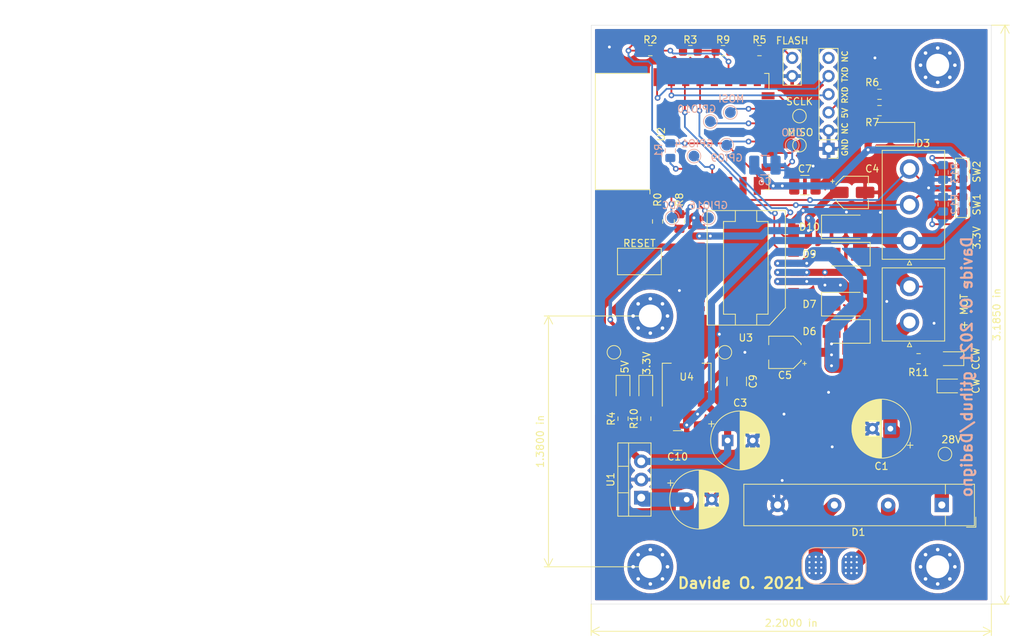
<source format=kicad_pcb>
(kicad_pcb (version 20171130) (host pcbnew "(5.1.5)-3")
  (layers (0 F.Cu signal) (31 B.Cu signal) (34 B.Paste user hide) (35 F.Paste user hide) (36 B.SilkS user) (37 F.SilkS user) (38 B.Mask user hide) (39 F.Mask user hide) (44 Edge.Cuts user))
  (net 0 "")
  (net 1 GND)
  (net 2 +28V)
  (net 3 +5V)
  (net 4 +3V3)
  (net 5 VAC)
  (net 6 "Net-(D1-Pad4)")
  (net 7 "Net-(D2-Pad2)")
  (net 8 "Net-(D3-Pad1)")
  (net 9 "Net-(D4-Pad1)")
  (net 10 "Net-(D6-Pad1)")
  (net 11 "Net-(R2-Pad1)")
  (net 12 "Net-(R5-Pad2)")
  (net 13 "Net-(D10-Pad2)")
  (net 14 "Net-(D8-Pad2)")
  (net 15 /TXD)
  (net 16 /RXD)
  (net 17 /VBUS)
  (net 18 "Net-(R0-Pad2)")
  (net 19 /RST)
  (net 20 "Net-(R1-Pad2)")
  (net 21 "Net-(R3-Pad2)")
  (net 22 "Net-(R9-Pad2)")
  (net 23 /GPIO12)
  (net 24 /GPIO13)
  (net 25 "Net-(TP1-Pad1)")
  (net 26 "Net-(TP2-Pad1)")
  (net 27 "Net-(TP3-Pad1)")
  (net 28 "Net-(TP4-Pad1)")
  (net 29 "Net-(TP5-Pad1)")
  (net 30 "Net-(TP6-Pad1)")
  (net 31 "Net-(TP7-Pad1)")
  (net 32 "Net-(TP8-Pad1)")
  (net 33 "Net-(TP9-Pad1)")
  (net 34 /GPIO5)
  (net 35 /GPIO4)
  (net 36 "Net-(D11-Pad1)")
  (net 37 "Net-(D12-Pad1)")
  (module PowerSO-20:PowerSO-20 (layer F.Cu) (at 56.515 102.87 180)
    (fp_text reference U3 (at 0 2.286) (layer F.SilkS))
    (fp_text value L298P)
    (fp_poly (pts (xy 1.4605 5.588) (xy 3.1115 5.588) (xy 3.1115 18.542) (xy 1.4605 18.542) (xy 1.4605 20.066) (xy 0.0635 20.066) (xy -1.524 20.066) (xy -1.524 18.542) (xy -3.1115 18.542) (xy -3.1115 5.588) (xy -1.524 5.588) (xy -1.524 4.064) (xy 1.4605 4.064)) (layer F.Cu) (width 0.1))
    (pad 10 smd rect (at -6.6675 17.78 180) (size 1.5 0.7) (layers F.Cu F.Paste F.Mask) (net 1 GND))
    (pad 11 smd rect (at 6.477 17.78 180) (size 1.5 0.7) (layers F.Cu F.Paste F.Mask) (net 1 GND))
    (pad 9 smd rect (at -6.6675 16.51 180) (size 1.5 0.7) (layers F.Cu F.Paste F.Mask) (net 34 /GPIO5))
    (pad 12 smd rect (at 6.477 16.51 180) (size 1.5 0.7) (layers F.Cu F.Paste F.Mask) (net 3 +5V))
    (pad 8 smd rect (at -6.6675 15.24 180) (size 1.5 0.7) (layers F.Cu F.Paste F.Mask) (net 3 +5V))
    (pad 13 smd rect (at 6.477 15.24 180) (size 1.5 0.7) (layers F.Cu F.Paste F.Mask))
    (pad 7 smd rect (at -6.6675 13.97 180) (size 1.5 0.7) (layers F.Cu F.Paste F.Mask) (net 35 /GPIO4))
    (pad 14 smd rect (at 6.477 13.97 180) (size 1.5 0.7) (layers F.Cu F.Paste F.Mask))
    (pad 6 smd rect (at -6.6675 12.7 180) (size 1.5 0.7) (layers F.Cu F.Paste F.Mask) (net 2 +28V))
    (pad 15 smd rect (at 6.477 12.7 180) (size 1.5 0.7) (layers F.Cu F.Paste F.Mask))
    (pad 5 smd rect (at -6.6675 11.43 180) (size 1.5 0.7) (layers F.Cu F.Paste F.Mask) (net 13 "Net-(D10-Pad2)"))
    (pad 16 smd rect (at 6.477 11.43 180) (size 1.5 0.7) (layers F.Cu F.Paste F.Mask))
    (pad 4 smd rect (at -6.6675 10.16 180) (size 1.5 0.7) (layers F.Cu F.Paste F.Mask) (net 10 "Net-(D6-Pad1)"))
    (pad 17 smd rect (at 6.477 10.16 180) (size 1.5 0.7) (layers F.Cu F.Paste F.Mask))
    (pad 18 smd rect (at 6.477 8.89 180) (size 1.5 0.7) (layers F.Cu F.Paste F.Mask))
    (pad 3 smd rect (at -6.6675 8.89 180) (size 1.5 0.7) (layers F.Cu F.Paste F.Mask))
    (pad 19 smd rect (at 6.477 7.62 180) (size 1.5 0.7) (layers F.Cu F.Paste F.Mask) (net 1 GND))
    (pad 2 smd rect (at -6.6675 7.62 180) (size 1.5 0.7) (layers F.Cu F.Paste F.Mask) (net 1 GND))
    (pad 20 smd rect (at 6.477 6.35 180) (size 1.5 0.7) (layers F.Cu F.Paste F.Mask) (net 1 GND))
    (pad 1 smd rect (at -6.6675 6.35 180) (size 1.5 0.7) (layers F.Cu F.Paste F.Mask) (net 1 GND))
  )
  (module Connector_PinHeader_2.54mm:PinHeader_1x02_P2.54mm_Vertical (layer B.Cu) (at 68.834 132.461 90)
    (fp_text reference J2 hide)
    (fp_text value Conn_01x02_Female)
    (pad 2 smd oval (at 0 -2.54 90) (size 4 3) (layers B.Cu B.Paste B.Mask) (net 5 VAC))
    (pad 1 smd oval (at 0 2.54 90) (size 4 3) (layers B.Cu B.Paste B.Mask) (net 6 "Net-(D1-Pad4)"))
  )
  (module MountingHole:MountingHole_3.2mm_M3_Pad_Via (layer F.Cu) (at 43.18 97.536)
    (fp_text reference H1 hide)
    (fp_text value MountingHole)
    (pad 1 thru_hole circle (at 1.697056 -1.697056) (size 0.8 0.8) (drill 0.5) (layers *.Cu *.Mask))
    (pad 1 thru_hole circle (at 0 -2.4) (size 0.8 0.8) (drill 0.5) (layers *.Cu *.Mask))
    (pad 1 thru_hole circle (at -1.697056 -1.697056) (size 0.8 0.8) (drill 0.5) (layers *.Cu *.Mask))
    (pad 1 thru_hole circle (at -2.4 0) (size 0.8 0.8) (drill 0.5) (layers *.Cu *.Mask))
    (pad 1 thru_hole circle (at -1.697056 1.697056) (size 0.8 0.8) (drill 0.5) (layers *.Cu *.Mask))
    (pad 1 thru_hole circle (at 0 2.4) (size 0.8 0.8) (drill 0.5) (layers *.Cu *.Mask))
    (pad 1 thru_hole circle (at 1.697056 1.697056) (size 0.8 0.8) (drill 0.5) (layers *.Cu *.Mask))
    (pad 1 thru_hole circle (at 2.4 0) (size 0.8 0.8) (drill 0.5) (layers *.Cu *.Mask))
    (pad 1 thru_hole circle (at 0 0) (size 6.4 6.4) (drill 3.2) (layers *.Cu *.Mask))
  )
  (module Capacitor_THT:CP_Radial_D8.0mm_P2.50mm (layer F.Cu) (at 76.708 113.284 180)
    (fp_text reference C1 (at 1.25 -5.25) (layer F.SilkS))
    (fp_text value 330uF)
    (pad 2 thru_hole circle (at 2.5 0 180) (size 1.6 1.6) (drill 0.8) (layers *.Cu *.Mask) (net 1 GND))
    (pad 1 thru_hole rect (at 0 0 180) (size 1.6 1.6) (drill 0.8) (layers *.Cu *.Mask) (net 2 +28V))
  )
  (module MountingHole:MountingHole_3.2mm_M3_Pad_Via (layer F.Cu) (at 83.312 132.588)
    (fp_text reference H4 hide)
    (fp_text value MountingHole)
    (pad 1 thru_hole circle (at 1.697056 -1.697056) (size 0.8 0.8) (drill 0.5) (layers *.Cu *.Mask))
    (pad 1 thru_hole circle (at 0 -2.4) (size 0.8 0.8) (drill 0.5) (layers *.Cu *.Mask))
    (pad 1 thru_hole circle (at -1.697056 -1.697056) (size 0.8 0.8) (drill 0.5) (layers *.Cu *.Mask))
    (pad 1 thru_hole circle (at -2.4 0) (size 0.8 0.8) (drill 0.5) (layers *.Cu *.Mask))
    (pad 1 thru_hole circle (at -1.697056 1.697056) (size 0.8 0.8) (drill 0.5) (layers *.Cu *.Mask))
    (pad 1 thru_hole circle (at 0 2.4) (size 0.8 0.8) (drill 0.5) (layers *.Cu *.Mask))
    (pad 1 thru_hole circle (at 1.697056 1.697056) (size 0.8 0.8) (drill 0.5) (layers *.Cu *.Mask))
    (pad 1 thru_hole circle (at 2.4 0) (size 0.8 0.8) (drill 0.5) (layers *.Cu *.Mask))
    (pad 1 thru_hole circle (at 0 0) (size 6.4 6.4) (drill 3.2) (layers *.Cu *.Mask))
  )
  (module MountingHole:MountingHole_3.2mm_M3_Pad_Via (layer F.Cu) (at 83.312 62.484)
    (fp_text reference H3 hide)
    (fp_text value MountingHole)
    (pad 1 thru_hole circle (at 1.697056 -1.697056) (size 0.8 0.8) (drill 0.5) (layers *.Cu *.Mask))
    (pad 1 thru_hole circle (at 0 -2.4) (size 0.8 0.8) (drill 0.5) (layers *.Cu *.Mask))
    (pad 1 thru_hole circle (at -1.697056 -1.697056) (size 0.8 0.8) (drill 0.5) (layers *.Cu *.Mask))
    (pad 1 thru_hole circle (at -2.4 0) (size 0.8 0.8) (drill 0.5) (layers *.Cu *.Mask))
    (pad 1 thru_hole circle (at -1.697056 1.697056) (size 0.8 0.8) (drill 0.5) (layers *.Cu *.Mask))
    (pad 1 thru_hole circle (at 0 2.4) (size 0.8 0.8) (drill 0.5) (layers *.Cu *.Mask))
    (pad 1 thru_hole circle (at 1.697056 1.697056) (size 0.8 0.8) (drill 0.5) (layers *.Cu *.Mask))
    (pad 1 thru_hole circle (at 2.4 0) (size 0.8 0.8) (drill 0.5) (layers *.Cu *.Mask))
    (pad 1 thru_hole circle (at 0 0) (size 6.4 6.4) (drill 3.2) (layers *.Cu *.Mask))
  )
  (module MountingHole:MountingHole_3.2mm_M3_Pad_Via (layer F.Cu) (at 43.18 132.588)
    (fp_text reference H2 hide)
    (fp_text value MountingHole)
    (pad 1 thru_hole circle (at 1.697056 -1.697056) (size 0.8 0.8) (drill 0.5) (layers *.Cu *.Mask))
    (pad 1 thru_hole circle (at 0 -2.4) (size 0.8 0.8) (drill 0.5) (layers *.Cu *.Mask))
    (pad 1 thru_hole circle (at -1.697056 -1.697056) (size 0.8 0.8) (drill 0.5) (layers *.Cu *.Mask))
    (pad 1 thru_hole circle (at -2.4 0) (size 0.8 0.8) (drill 0.5) (layers *.Cu *.Mask))
    (pad 1 thru_hole circle (at -1.697056 1.697056) (size 0.8 0.8) (drill 0.5) (layers *.Cu *.Mask))
    (pad 1 thru_hole circle (at 0 2.4) (size 0.8 0.8) (drill 0.5) (layers *.Cu *.Mask))
    (pad 1 thru_hole circle (at 1.697056 1.697056) (size 0.8 0.8) (drill 0.5) (layers *.Cu *.Mask))
    (pad 1 thru_hole circle (at 2.4 0) (size 0.8 0.8) (drill 0.5) (layers *.Cu *.Mask))
    (pad 1 thru_hole circle (at 0 0) (size 6.4 6.4) (drill 3.2) (layers *.Cu *.Mask))
  )
  (module TestPoint:TestPoint_Pad_D1.5mm (layer F.Cu) (at 53.594 102.616)
    (fp_text reference TP12 hide)
    (fp_text value 3.3V)
    (pad 1 smd circle (at 0 0) (size 1.5 1.5) (layers F.Cu F.Mask) (net 4 +3V3))
  )
  (module TestPoint:TestPoint_Pad_D1.5mm (layer F.Cu) (at 38.1 102.616)
    (fp_text reference TP11 hide)
    (fp_text value 5V)
    (pad 1 smd circle (at 0 0) (size 1.5 1.5) (layers F.Cu F.Mask) (net 3 +5V))
  )
  (module TestPoint:TestPoint_Pad_D1.5mm (layer F.Cu) (at 84.328 116.84)
    (fp_text reference TP10 hide)
    (fp_text value 28V (at 0.889 -2.032) (layer F.SilkS))
    (pad 1 smd circle (at 0 0) (size 1.5 1.5) (layers F.Cu F.Mask) (net 2 +28V))
  )
  (module Connector_PinHeader_2.54mm:PinHeader_1x02_P2.54mm_Vertical (layer F.Cu) (at 68.834 132.461 270)
    (fp_text reference J2 hide)
    (fp_text value Conn_01x02_Female)
    (pad 1 smd oval (at 0 -2.54 270) (size 4 3) (layers F.Cu F.Paste F.Mask) (net 6 "Net-(D1-Pad4)"))
    (pad 2 smd oval (at 0 2.54 270) (size 4 3) (layers F.Cu F.Paste F.Mask) (net 5 VAC))
  )
  (module Resistor_SMD:R_0805_2012Metric_Pad1.15x1.40mm_HandSolder (layer B.Cu) (at 84.074 77.47 270)
    (fp_text reference R13 (at 0.127 -1.651 90) (layer B.SilkS) (effects (justify mirror)))
    (fp_text value 1k)
    (pad 2 smd roundrect (at 1.025 0 270) (size 1.15 1.4) (layers B.Cu B.Paste B.Mask) (roundrect_rratio 0.217391) (net 1 GND))
    (pad 1 smd roundrect (at -1.025 0 270) (size 1.15 1.4) (layers B.Cu B.Paste B.Mask) (roundrect_rratio 0.217391) (net 37 "Net-(D12-Pad1)"))
  )
  (module Resistor_SMD:R_0805_2012Metric_Pad1.15x1.40mm_HandSolder (layer B.Cu) (at 84.074 81.915 90)
    (fp_text reference R12 (at 0 1.65 90) (layer B.SilkS) (effects (justify mirror)))
    (fp_text value 1K)
    (pad 2 smd roundrect (at 1.025 0 90) (size 1.15 1.4) (layers B.Cu B.Paste B.Mask) (roundrect_rratio 0.217391) (net 1 GND))
    (pad 1 smd roundrect (at -1.025 0 90) (size 1.15 1.4) (layers B.Cu B.Paste B.Mask) (roundrect_rratio 0.217391) (net 36 "Net-(D11-Pad1)"))
  )
  (module LED_SMD:LED_0805_2012Metric_Pad1.15x1.40mm_HandSolder (layer F.Cu) (at 86.741 77.343 270)
    (fp_text reference D12 hide)
    (fp_text value LED_SW2)
    (pad 2 smd roundrect (at 1.025 0 270) (size 1.15 1.4) (layers F.Cu F.Paste F.Mask) (roundrect_rratio 0.217391) (net 24 /GPIO13))
    (pad 1 smd roundrect (at -1.025 0 270) (size 1.15 1.4) (layers F.Cu F.Paste F.Mask) (roundrect_rratio 0.217391) (net 37 "Net-(D12-Pad1)"))
  )
  (module LED_SMD:LED_0805_2012Metric_Pad1.15x1.40mm_HandSolder (layer F.Cu) (at 86.741 81.915 90)
    (fp_text reference D11 hide)
    (fp_text value LED_SW1)
    (pad 2 smd roundrect (at 1.025 0 90) (size 1.15 1.4) (layers F.Cu F.Paste F.Mask) (roundrect_rratio 0.217391) (net 23 /GPIO12))
    (pad 1 smd roundrect (at -1.025 0 90) (size 1.15 1.4) (layers F.Cu F.Paste F.Mask) (roundrect_rratio 0.217391) (net 36 "Net-(D11-Pad1)"))
  )
  (module Button_Switch_SMD:SW_SPST_CK_RS282G05A3 (layer F.Cu) (at 41.656 89.916 180)
    (fp_text reference SW0)
    (fp_text value RESET (at 0 2.54) (layer F.SilkS))
    (pad 1 smd rect (at -3.9 0 180) (size 1.5 1.5) (layers F.Cu F.Paste F.Mask) (net 1 GND))
    (pad 2 smd rect (at 3.9 0 180) (size 1.5 1.5) (layers F.Cu F.Paste F.Mask) (net 18 "Net-(R0-Pad2)"))
  )
  (module RF_Module:ESP-12E (layer F.Cu) (at 47.625 71.755 90)
    (fp_text reference U2 (at -0.381 -2.921 90) (layer F.SilkS))
    (fp_text value ESP-12E)
    (pad 22 smd rect (at 7.6 -3.5 90) (size 2.5 1) (layers F.Cu F.Paste F.Mask) (net 15 /TXD))
    (pad 21 smd rect (at 7.6 -1.5 90) (size 2.5 1) (layers F.Cu F.Paste F.Mask) (net 16 /RXD))
    (pad 20 smd rect (at 7.6 0.5 90) (size 2.5 1) (layers F.Cu F.Paste F.Mask) (net 35 /GPIO4))
    (pad 19 smd rect (at 7.6 2.5 90) (size 2.5 1) (layers F.Cu F.Paste F.Mask) (net 34 /GPIO5))
    (pad 18 smd rect (at 7.6 4.5 90) (size 2.5 1) (layers F.Cu F.Paste F.Mask) (net 21 "Net-(R3-Pad2)"))
    (pad 17 smd rect (at 7.6 6.5 90) (size 2.5 1) (layers F.Cu F.Paste F.Mask) (net 11 "Net-(R2-Pad1)"))
    (pad 16 smd rect (at 7.6 8.5 90) (size 2.5 1) (layers F.Cu F.Paste F.Mask) (net 12 "Net-(R5-Pad2)"))
    (pad 15 smd rect (at 7.6 10.5 90) (size 2.5 1) (layers F.Cu F.Paste F.Mask) (net 1 GND))
    (pad 14 smd rect (at 5 12 90) (size 1 1.8) (layers F.Cu F.Paste F.Mask) (net 31 "Net-(TP7-Pad1)"))
    (pad 13 smd rect (at 3 12 90) (size 1 1.8) (layers F.Cu F.Paste F.Mask) (net 30 "Net-(TP6-Pad1)"))
    (pad 12 smd rect (at 1 12 90) (size 1 1.8) (layers F.Cu F.Paste F.Mask) (net 29 "Net-(TP5-Pad1)"))
    (pad 11 smd rect (at -1 12 90) (size 1 1.8) (layers F.Cu F.Paste F.Mask) (net 28 "Net-(TP4-Pad1)"))
    (pad 10 smd rect (at -3 12 90) (size 1 1.8) (layers F.Cu F.Paste F.Mask) (net 27 "Net-(TP3-Pad1)"))
    (pad 9 smd rect (at -5 12 90) (size 1 1.8) (layers F.Cu F.Paste F.Mask) (net 26 "Net-(TP2-Pad1)"))
    (pad 8 smd rect (at -7.6 10.5 90) (size 2.5 1) (layers F.Cu F.Paste F.Mask) (net 4 +3V3))
    (pad 7 smd rect (at -7.6 8.5 90) (size 2.5 1) (layers F.Cu F.Paste F.Mask) (net 24 /GPIO13))
    (pad 6 smd rect (at -7.6 6.5 90) (size 2.5 1) (layers F.Cu F.Paste F.Mask) (net 23 /GPIO12))
    (pad 5 smd rect (at -7.6 4.5 90) (size 2.5 1) (layers F.Cu F.Paste F.Mask) (net 32 "Net-(TP8-Pad1)"))
    (pad 4 smd rect (at -7.6 2.5 90) (size 2.5 1) (layers F.Cu F.Paste F.Mask) (net 33 "Net-(TP9-Pad1)"))
    (pad 3 smd rect (at -7.6 0.5 90) (size 2.5 1) (layers F.Cu F.Paste F.Mask) (net 20 "Net-(R1-Pad2)"))
    (pad 2 smd rect (at -7.6 -1.5 90) (size 2.5 1) (layers F.Cu F.Paste F.Mask) (net 25 "Net-(TP1-Pad1)"))
    (pad 1 smd rect (at -7.6 -3.5 90) (size 2.5 1) (layers F.Cu F.Paste F.Mask) (net 19 /RST))
  )
  (module Connector_PinHeader_2.54mm:PinHeader_1x02_P2.54mm_Vertical (layer F.Cu) (at 62.992 61.468)
    (fp_text reference SW1)
    (fp_text value FLASH (at 0 -2.413) (layer F.SilkS))
    (pad 2 thru_hole oval (at 0 2.54) (size 1.7 1.7) (drill 1) (layers *.Cu *.Mask) (net 1 GND))
    (pad 1 thru_hole circle (at 0 0) (size 1.7 1.7) (drill 1) (layers *.Cu *.Mask) (net 22 "Net-(R9-Pad2)"))
  )
  (module Connector_JST:JST_NV_B03P-NV_1x03_P5.00mm_Vertical (layer F.Cu) (at 79.375 86.995 90)
    (fp_text reference J3)
    (fp_text value "3.3V  SW1  SW2" (at 4.953 9.398 90) (layer F.SilkS))
    (pad 3 thru_hole circle (at 10 0 90) (size 2.7 2.7) (drill 1.7) (layers *.Cu *.Mask) (net 24 /GPIO13))
    (pad 2 thru_hole circle (at 5 0 90) (size 2.7 2.7) (drill 1.7) (layers *.Cu *.Mask) (net 23 /GPIO12))
    (pad 1 thru_hole circle (at 0 0 90) (size 2.7 2.7) (drill 1.7) (layers *.Cu *.Mask) (net 4 +3V3))
  )
  (module Capacitor_THT:CP_Radial_D8.0mm_P3.50mm (layer F.Cu) (at 48.26 123.19)
    (fp_text reference C2 (at 2.9845 -1.7145) (layer F.SilkS))
    (fp_text value 0.33uF)
    (pad 2 thru_hole circle (at 3.5 0) (size 1.6 1.6) (drill 0.8) (layers *.Cu *.Mask) (net 1 GND))
    (pad 1 thru_hole rect (at 0 0) (size 1.6 1.6) (drill 0.8) (layers *.Cu *.Mask) (net 2 +28V))
  )
  (module Capacitor_THT:CP_Radial_D8.0mm_P3.50mm (layer F.Cu) (at 53.975 114.935)
    (fp_text reference C3 (at 1.75 -5.25) (layer F.SilkS))
    (fp_text value 0.1uF)
    (pad 2 thru_hole circle (at 3.5 0) (size 1.6 1.6) (drill 0.8) (layers *.Cu *.Mask) (net 1 GND))
    (pad 1 thru_hole rect (at 0 0) (size 1.6 1.6) (drill 0.8) (layers *.Cu *.Mask) (net 3 +5V))
  )
  (module Package_TO_SOT_THT:TO-220-3_Vertical (layer F.Cu) (at 41.91 122.936 90)
    (fp_text reference U1 (at 2.54 -4.27 90) (layer F.SilkS))
    (fp_text value LM7805_TO220)
    (pad 3 thru_hole oval (at 5.08 0 90) (size 1.905 2) (drill 1.1) (layers *.Cu *.Mask) (net 3 +5V))
    (pad 2 thru_hole oval (at 2.54 0 90) (size 1.905 2) (drill 1.1) (layers *.Cu *.Mask) (net 1 GND))
    (pad 1 thru_hole rect (at 0 0 90) (size 1.905 2) (drill 1.1) (layers *.Cu *.Mask) (net 2 +28V))
  )
  (module Diode_THT:Diode_Bridge_32.0x5.6x17.0mm_P10.0mm_P7.5mm (layer F.Cu) (at 84.836 123.952 180)
    (fp_text reference D1 (at 12.6 -3.8) (layer F.SilkS))
    (fp_text value D_Bridge_+-AA hide)
    (pad 1 thru_hole rect (at 0.9525 0 180) (size 2 2) (drill 1) (layers *.Cu *.Mask) (net 2 +28V))
    (pad 3 thru_hole circle (at 15.9525 0 180) (size 2 2) (drill 1) (layers *.Cu *.Mask) (net 5 VAC))
    (pad 4 thru_hole circle (at 8.4455 0 180) (size 2 2) (drill 1) (layers *.Cu *.Mask) (net 6 "Net-(D1-Pad4)"))
    (pad 2 thru_hole circle (at 23.876 0 180) (size 2 2) (drill 1) (layers *.Cu *.Mask) (net 1 GND))
  )
  (module Package_TO_SOT_SMD:SOT-223 (layer F.Cu) (at 48.26 106.045 90)
    (fp_text reference U4 (at 0 0 180) (layer F.SilkS))
    (fp_text value LM1117-3.3)
    (pad 1 smd rect (at -3.15 -2.3 90) (size 2 1.5) (layers F.Cu F.Paste F.Mask) (net 1 GND))
    (pad 3 smd rect (at -3.15 2.3 90) (size 2 1.5) (layers F.Cu F.Paste F.Mask) (net 3 +5V))
    (pad 2 smd rect (at -3.15 0 90) (size 2 1.5) (layers F.Cu F.Paste F.Mask) (net 4 +3V3))
    (pad 4 smd rect (at 3.15 0 90) (size 2 3.8) (layers F.Cu F.Paste F.Mask))
  )
  (module TestPoint:TestPoint_Pad_D1.5mm (layer B.Cu) (at 51.308 83.82)
    (fp_text reference TP9 hide)
    (fp_text value GPIO16 (at 0 -1.75) (layer B.SilkS) (effects (justify mirror)))
    (pad 1 smd circle (at 0 0) (size 1.5 1.5) (layers B.Cu B.Mask) (net 33 "Net-(TP9-Pad1)"))
  )
  (module TestPoint:TestPoint_Pad_D1.5mm (layer B.Cu) (at 49.276 75.184)
    (fp_text reference TP8 hide)
    (fp_text value GPIO14 (at 0 -1.75) (layer B.SilkS) (effects (justify mirror)))
    (pad 1 smd circle (at 0 0) (size 1.5 1.5) (layers B.Cu B.Mask) (net 32 "Net-(TP8-Pad1)"))
  )
  (module TestPoint:TestPoint_Pad_D1.5mm (layer F.Cu) (at 64.008 69.596)
    (fp_text reference TP7 hide)
    (fp_text value SCLK (at 0 -2.032) (layer F.SilkS))
    (pad 1 smd circle (at 0 0) (size 1.5 1.5) (layers F.Cu F.Mask) (net 31 "Net-(TP7-Pad1)"))
  )
  (module TestPoint:TestPoint_Pad_D1.5mm (layer B.Cu) (at 54.356 69.088)
    (fp_text reference TP6 hide)
    (fp_text value MOSI (at 0.127 -1.905) (layer B.SilkS) (effects (justify mirror)))
    (pad 1 smd circle (at 0 0) (size 1.5 1.5) (layers B.Cu B.Mask) (net 30 "Net-(TP6-Pad1)"))
  )
  (module TestPoint:TestPoint_Pad_D1.5mm (layer B.Cu) (at 51.562 70.358)
    (fp_text reference TP5 hide)
    (fp_text value GPIO10 (at -1.905 -1.75) (layer B.SilkS) (effects (justify mirror)))
    (pad 1 smd circle (at 0 0) (size 1.5 1.5) (layers B.Cu B.Mask) (net 29 "Net-(TP5-Pad1)"))
  )
  (module TestPoint:TestPoint_Pad_D1.5mm (layer B.Cu) (at 53.848 73.66)
    (fp_text reference TP4 hide)
    (fp_text value GPIO9 (at 0 1.778) (layer B.SilkS) (effects (justify mirror)))
    (pad 1 smd circle (at 0 0) (size 1.5 1.5) (layers B.Cu B.Mask) (net 28 "Net-(TP4-Pad1)"))
  )
  (module TestPoint:TestPoint_Pad_D1.5mm (layer F.Cu) (at 64.008 73.66)
    (fp_text reference TP3 hide)
    (fp_text value MISO (at 0.127 -1.778) (layer F.SilkS))
    (pad 1 smd circle (at 0 0) (size 1.5 1.5) (layers F.Cu F.Mask) (net 27 "Net-(TP3-Pad1)"))
  )
  (module TestPoint:TestPoint_Pad_D1.5mm (layer B.Cu) (at 62.992 73.66)
    (fp_text reference TP2 hide)
    (fp_text value CSO (at 0 -1.75) (layer B.SilkS) (effects (justify mirror)))
    (pad 1 smd circle (at 0 0) (size 1.5 1.5) (layers B.Cu B.Mask) (net 26 "Net-(TP2-Pad1)"))
  )
  (module TestPoint:TestPoint_Pad_D1.5mm (layer B.Cu) (at 46.228 83.82)
    (fp_text reference TP1 hide)
    (fp_text value ADC (at 0 -1.75) (layer B.SilkS) (effects (justify mirror)))
    (pad 1 smd circle (at 0 0) (size 1.5 1.5) (layers B.Cu B.Mask) (net 25 "Net-(TP1-Pad1)"))
  )
  (module Resistor_SMD:R_0805_2012Metric_Pad1.15x1.40mm_HandSolder (layer F.Cu) (at 80.645 103.505)
    (fp_text reference R11 (at 0 1.905) (layer F.SilkS))
    (fp_text value 10k)
    (pad 2 smd roundrect (at 1.025 0) (size 1.15 1.4) (layers F.Cu F.Paste F.Mask) (roundrect_rratio 0.217391) (net 9 "Net-(D4-Pad1)"))
    (pad 1 smd roundrect (at -1.025 0) (size 1.15 1.4) (layers F.Cu F.Paste F.Mask) (roundrect_rratio 0.217391) (net 10 "Net-(D6-Pad1)"))
  )
  (module Resistor_SMD:R_0805_2012Metric_Pad1.15x1.40mm_HandSolder (layer F.Cu) (at 42.545 111.887 90)
    (fp_text reference R10 (at 0 -1.65 90) (layer F.SilkS))
    (fp_text value 220R)
    (pad 2 smd roundrect (at 1.025 0 90) (size 1.15 1.4) (layers F.Cu F.Paste F.Mask) (roundrect_rratio 0.217391) (net 14 "Net-(D8-Pad2)"))
    (pad 1 smd roundrect (at -1.025 0 90) (size 1.15 1.4) (layers F.Cu F.Paste F.Mask) (roundrect_rratio 0.217391) (net 4 +3V3))
  )
  (module Resistor_SMD:R_0805_2012Metric_Pad1.15x1.40mm_HandSolder (layer F.Cu) (at 53.34 60.452)
    (fp_text reference R9 (at 0 -1.524) (layer F.SilkS))
    (fp_text value 470)
    (pad 2 smd roundrect (at 1.025 0) (size 1.15 1.4) (layers F.Cu F.Paste F.Mask) (roundrect_rratio 0.217391) (net 22 "Net-(R9-Pad2)"))
    (pad 1 smd roundrect (at -1.025 0) (size 1.15 1.4) (layers F.Cu F.Paste F.Mask) (roundrect_rratio 0.217391) (net 21 "Net-(R3-Pad2)"))
  )
  (module Resistor_SMD:R_0805_2012Metric_Pad1.15x1.40mm_HandSolder (layer F.Cu) (at 47.244 84.328 270)
    (fp_text reference R8 (at -3.048 0 90) (layer F.SilkS))
    (fp_text value 10K)
    (pad 2 smd roundrect (at 1.025 0 270) (size 1.15 1.4) (layers F.Cu F.Paste F.Mask) (roundrect_rratio 0.217391) (net 18 "Net-(R0-Pad2)"))
    (pad 1 smd roundrect (at -1.025 0 270) (size 1.15 1.4) (layers F.Cu F.Paste F.Mask) (roundrect_rratio 0.217391) (net 4 +3V3))
  )
  (module Resistor_SMD:R_0805_2012Metric_Pad1.15x1.40mm_HandSolder (layer F.Cu) (at 75.184 68.834 180)
    (fp_text reference R7 (at 1.016 -1.651) (layer F.SilkS))
    (fp_text value 2k)
    (pad 2 smd roundrect (at 1.025 0 180) (size 1.15 1.4) (layers F.Cu F.Paste F.Mask) (roundrect_rratio 0.217391) (net 1 GND))
    (pad 1 smd roundrect (at -1.025 0 180) (size 1.15 1.4) (layers F.Cu F.Paste F.Mask) (roundrect_rratio 0.217391) (net 8 "Net-(D3-Pad1)"))
  )
  (module Resistor_SMD:R_0805_2012Metric_Pad1.15x1.40mm_HandSolder (layer F.Cu) (at 75.184 66.548)
    (fp_text reference R6 (at -1.016 -1.651) (layer F.SilkS))
    (fp_text value 1k)
    (pad 2 smd roundrect (at 1.025 0) (size 1.15 1.4) (layers F.Cu F.Paste F.Mask) (roundrect_rratio 0.217391) (net 8 "Net-(D3-Pad1)"))
    (pad 1 smd roundrect (at -1.025 0) (size 1.15 1.4) (layers F.Cu F.Paste F.Mask) (roundrect_rratio 0.217391) (net 17 /VBUS))
  )
  (module Resistor_SMD:R_0805_2012Metric_Pad1.15x1.40mm_HandSolder (layer F.Cu) (at 58.42 60.452 180)
    (fp_text reference R5 (at 0 1.524) (layer F.SilkS))
    (fp_text value 10k)
    (pad 2 smd roundrect (at 1.025 0 180) (size 1.15 1.4) (layers F.Cu F.Paste F.Mask) (roundrect_rratio 0.217391) (net 12 "Net-(R5-Pad2)"))
    (pad 1 smd roundrect (at -1.025 0 180) (size 1.15 1.4) (layers F.Cu F.Paste F.Mask) (roundrect_rratio 0.217391) (net 1 GND))
  )
  (module Resistor_SMD:R_0805_2012Metric_Pad1.15x1.40mm_HandSolder (layer F.Cu) (at 39.37 111.887 90)
    (fp_text reference R4 (at 0 -1.65 90) (layer F.SilkS))
    (fp_text value 220R)
    (pad 2 smd roundrect (at 1.025 0 90) (size 1.15 1.4) (layers F.Cu F.Paste F.Mask) (roundrect_rratio 0.217391) (net 7 "Net-(D2-Pad2)"))
    (pad 1 smd roundrect (at -1.025 0 90) (size 1.15 1.4) (layers F.Cu F.Paste F.Mask) (roundrect_rratio 0.217391) (net 3 +5V))
  )
  (module Resistor_SMD:R_0805_2012Metric_Pad1.15x1.40mm_HandSolder (layer F.Cu) (at 48.768 60.452)
    (fp_text reference R3 (at 0 -1.524) (layer F.SilkS))
    (fp_text value 10k)
    (pad 2 smd roundrect (at 1.025 0) (size 1.15 1.4) (layers F.Cu F.Paste F.Mask) (roundrect_rratio 0.217391) (net 21 "Net-(R3-Pad2)"))
    (pad 1 smd roundrect (at -1.025 0) (size 1.15 1.4) (layers F.Cu F.Paste F.Mask) (roundrect_rratio 0.217391) (net 4 +3V3))
  )
  (module Resistor_SMD:R_0805_2012Metric_Pad1.15x1.40mm_HandSolder (layer F.Cu) (at 43.18 60.452 180)
    (fp_text reference R2 (at 0 1.524) (layer F.SilkS))
    (fp_text value 10k)
    (pad 2 smd roundrect (at 1.025 0 180) (size 1.15 1.4) (layers F.Cu F.Paste F.Mask) (roundrect_rratio 0.217391) (net 4 +3V3))
    (pad 1 smd roundrect (at -1.025 0 180) (size 1.15 1.4) (layers F.Cu F.Paste F.Mask) (roundrect_rratio 0.217391) (net 11 "Net-(R2-Pad1)"))
  )
  (module Resistor_SMD:R_0805_2012Metric_Pad1.15x1.40mm_HandSolder (layer B.Cu) (at 45.974 74.422 270)
    (fp_text reference R1 (at 0 1.65 270) (layer B.SilkS) (effects (justify mirror)))
    (fp_text value 10k)
    (pad 2 smd roundrect (at 1.025 0 270) (size 1.15 1.4) (layers B.Cu B.Paste B.Mask) (roundrect_rratio 0.217391) (net 20 "Net-(R1-Pad2)"))
    (pad 1 smd roundrect (at -1.025 0 270) (size 1.15 1.4) (layers B.Cu B.Paste B.Mask) (roundrect_rratio 0.217391) (net 4 +3V3))
  )
  (module Resistor_SMD:R_0805_2012Metric_Pad1.15x1.40mm_HandSolder (layer F.Cu) (at 44.196 84.328 270)
    (fp_text reference R0 (at -3.048 0 90) (layer F.SilkS))
    (fp_text value 470)
    (pad 2 smd roundrect (at 1.025 0 270) (size 1.15 1.4) (layers F.Cu F.Paste F.Mask) (roundrect_rratio 0.217391) (net 18 "Net-(R0-Pad2)"))
    (pad 1 smd roundrect (at -1.025 0 270) (size 1.15 1.4) (layers F.Cu F.Paste F.Mask) (roundrect_rratio 0.217391) (net 19 /RST))
  )
  (module Connector_JST:JST_NV_B02P-NV_1x02_P5.00mm_Vertical (layer F.Cu) (at 79.375 98.425 90)
    (fp_text reference M1)
    (fp_text value "+ MOT -" (at 2.5 7.62 90) (layer F.SilkS))
    (pad 2 thru_hole circle (at 5 0 90) (size 2.7 2.7) (drill 1.7) (layers *.Cu *.Mask) (net 13 "Net-(D10-Pad2)"))
    (pad 1 thru_hole circle (at 0 0 90) (size 2.7 2.7) (drill 1.7) (layers *.Cu *.Mask) (net 10 "Net-(D6-Pad1)"))
  )
  (module Connector_PinHeader_2.54mm:PinHeader_1x06_P2.54mm_Vertical (layer F.Cu) (at 68.072 74.168 180)
    (fp_text reference J1)
    (fp_text value "GND NC 5V RXD TXD NC" (at -2.286 6.35 90) (layer F.SilkS) (effects (font (size 0.8 0.8))))
    (pad 6 thru_hole oval (at 0 12.7 180) (size 1.7 1.7) (drill 1) (layers *.Cu *.Mask))
    (pad 5 thru_hole oval (at 0 10.16 180) (size 1.7 1.7) (drill 1) (layers *.Cu *.Mask) (net 15 /TXD))
    (pad 4 thru_hole oval (at 0 7.62 180) (size 1.7 1.7) (drill 1) (layers *.Cu *.Mask) (net 16 /RXD))
    (pad 3 thru_hole oval (at 0 5.08 180) (size 1.7 1.7) (drill 1) (layers *.Cu *.Mask) (net 17 /VBUS))
    (pad 2 thru_hole oval (at 0 2.54 180) (size 1.7 1.7) (drill 1) (layers *.Cu *.Mask) (net 1 GND))
    (pad 1 thru_hole rect (at 0 0 180) (size 1.7 1.7) (drill 1) (layers *.Cu *.Mask) (net 1 GND))
  )
  (module Diode_SMD:D_SMA (layer F.Cu) (at 70.485 85.09)
    (fp_text reference D10 (at -5.08 0) (layer F.SilkS))
    (fp_text value DIODE)
    (pad 2 smd rect (at 2 0) (size 2.5 1.8) (layers F.Cu F.Paste F.Mask) (net 13 "Net-(D10-Pad2)"))
    (pad 1 smd rect (at -2 0) (size 2.5 1.8) (layers F.Cu F.Paste F.Mask) (net 1 GND))
  )
  (module Diode_SMD:D_SMA (layer F.Cu) (at 70.485 88.9 180)
    (fp_text reference D9 (at 5.08 0) (layer F.SilkS))
    (fp_text value DIODE)
    (pad 2 smd rect (at 2 0 180) (size 2.5 1.8) (layers F.Cu F.Paste F.Mask) (net 2 +28V))
    (pad 1 smd rect (at -2 0 180) (size 2.5 1.8) (layers F.Cu F.Paste F.Mask) (net 13 "Net-(D10-Pad2)"))
  )
  (module LED_SMD:LED_0805_2012Metric_Pad1.15x1.40mm_HandSolder (layer F.Cu) (at 42.545 107.696 270)
    (fp_text reference D8)
    (fp_text value 3.3V (at -3.556 -0.127 90) (layer F.SilkS))
    (pad 2 smd roundrect (at 1.025 0 270) (size 1.15 1.4) (layers F.Cu F.Paste F.Mask) (roundrect_rratio 0.217391) (net 14 "Net-(D8-Pad2)"))
    (pad 1 smd roundrect (at -1.025 0 270) (size 1.15 1.4) (layers F.Cu F.Paste F.Mask) (roundrect_rratio 0.217391) (net 1 GND))
  )
  (module Diode_SMD:D_SMA (layer F.Cu) (at 70.485 95.885)
    (fp_text reference D7 (at -5.08 0) (layer F.SilkS))
    (fp_text value DIODE)
    (pad 2 smd rect (at 2 0) (size 2.5 1.8) (layers F.Cu F.Paste F.Mask) (net 10 "Net-(D6-Pad1)"))
    (pad 1 smd rect (at -2 0) (size 2.5 1.8) (layers F.Cu F.Paste F.Mask) (net 1 GND))
  )
  (module Diode_SMD:D_SMA (layer F.Cu) (at 70.485 99.695 180)
    (fp_text reference D6 (at 5.08 0) (layer F.SilkS))
    (fp_text value DIODE)
    (pad 2 smd rect (at 2 0 180) (size 2.5 1.8) (layers F.Cu F.Paste F.Mask) (net 2 +28V))
    (pad 1 smd rect (at -2 0 180) (size 2.5 1.8) (layers F.Cu F.Paste F.Mask) (net 10 "Net-(D6-Pad1)"))
  )
  (module LED_SMD:LED_0805_2012Metric_Pad1.15x1.40mm_HandSolder (layer F.Cu) (at 85.09 103.505 180)
    (fp_text reference D5)
    (fp_text value CCW (at -3.556 0 90) (layer F.SilkS))
    (pad 2 smd roundrect (at 1.025 0 180) (size 1.15 1.4) (layers F.Cu F.Paste F.Mask) (roundrect_rratio 0.217391) (net 9 "Net-(D4-Pad1)"))
    (pad 1 smd roundrect (at -1.025 0 180) (size 1.15 1.4) (layers F.Cu F.Paste F.Mask) (roundrect_rratio 0.217391) (net 13 "Net-(D10-Pad2)"))
  )
  (module LED_SMD:LED_0805_2012Metric_Pad1.15x1.40mm_HandSolder (layer F.Cu) (at 85.09 107.315)
    (fp_text reference D4)
    (fp_text value CW (at 3.556 0 90) (layer F.SilkS))
    (pad 2 smd roundrect (at 1.025 0) (size 1.15 1.4) (layers F.Cu F.Paste F.Mask) (roundrect_rratio 0.217391) (net 13 "Net-(D10-Pad2)"))
    (pad 1 smd roundrect (at -1.025 0) (size 1.15 1.4) (layers F.Cu F.Paste F.Mask) (roundrect_rratio 0.217391) (net 9 "Net-(D4-Pad1)"))
  )
  (module Diode_SMD:D_SMA (layer F.Cu) (at 76.708 72.136 180)
    (fp_text reference D3 (at -4.572 -1.27) (layer F.SilkS))
    (fp_text value DIODE)
    (pad 2 smd rect (at 2 0 180) (size 2.5 1.8) (layers F.Cu F.Paste F.Mask) (net 4 +3V3))
    (pad 1 smd rect (at -2 0 180) (size 2.5 1.8) (layers F.Cu F.Paste F.Mask) (net 8 "Net-(D3-Pad1)"))
  )
  (module LED_SMD:LED_0805_2012Metric_Pad1.15x1.40mm_HandSolder (layer F.Cu) (at 39.37 107.696 270)
    (fp_text reference D2)
    (fp_text value 5V (at -3.048 -0.254 90) (layer F.SilkS))
    (pad 2 smd roundrect (at 1.025 0 270) (size 1.15 1.4) (layers F.Cu F.Paste F.Mask) (roundrect_rratio 0.217391) (net 7 "Net-(D2-Pad2)"))
    (pad 1 smd roundrect (at -1.025 0 270) (size 1.15 1.4) (layers F.Cu F.Paste F.Mask) (roundrect_rratio 0.217391) (net 1 GND))
  )
  (module Capacitor_SMD:C_1210_3225Metric_Pad1.42x2.65mm_HandSolder (layer F.Cu) (at 46.99 114.935 180)
    (fp_text reference C10 (at 0 -2.28) (layer F.SilkS))
    (fp_text value 10uF)
    (pad 2 smd roundrect (at 1.4875 0 180) (size 1.425 2.65) (layers F.Cu F.Paste F.Mask) (roundrect_rratio 0.175439) (net 1 GND))
    (pad 1 smd roundrect (at -1.4875 0 180) (size 1.425 2.65) (layers F.Cu F.Paste F.Mask) (roundrect_rratio 0.175439) (net 4 +3V3))
  )
  (module Capacitor_SMD:C_1210_3225Metric_Pad1.42x2.65mm_HandSolder (layer F.Cu) (at 55.245 106.68 270)
    (fp_text reference C9 (at 0 -2.28 90) (layer F.SilkS))
    (fp_text value 10uF)
    (pad 2 smd roundrect (at 1.4875 0 270) (size 1.425 2.65) (layers F.Cu F.Paste F.Mask) (roundrect_rratio 0.175439) (net 1 GND))
    (pad 1 smd roundrect (at -1.4875 0 270) (size 1.425 2.65) (layers F.Cu F.Paste F.Mask) (roundrect_rratio 0.175439) (net 3 +5V))
  )
  (module Capacitor_SMD:C_1210_3225Metric_Pad1.42x2.65mm_HandSolder (layer F.Cu) (at 64.77 79.248)
    (fp_text reference C7 (at 0 -2.28) (layer F.SilkS))
    (fp_text value 0.1u)
    (pad 2 smd roundrect (at 1.4875 0) (size 1.425 2.65) (layers F.Cu F.Paste F.Mask) (roundrect_rratio 0.175439) (net 1 GND))
    (pad 1 smd roundrect (at -1.4875 0) (size 1.425 2.65) (layers F.Cu F.Paste F.Mask) (roundrect_rratio 0.175439) (net 4 +3V3))
  )
  (module Capacitor_SMD:C_1210_3225Metric_Pad1.42x2.65mm_HandSolder (layer B.Cu) (at 59.182 76.454)
    (fp_text reference C6 (at 0 2.28) (layer B.SilkS) (effects (justify mirror)))
    (fp_text value 10u)
    (pad 2 smd roundrect (at 1.4875 0) (size 1.425 2.65) (layers B.Cu B.Paste B.Mask) (roundrect_rratio 0.175439) (net 1 GND))
    (pad 1 smd roundrect (at -1.4875 0) (size 1.425 2.65) (layers B.Cu B.Paste B.Mask) (roundrect_rratio 0.175439) (net 4 +3V3))
  )
  (module Capacitor_SMD:CP_Elec_4x4.5 (layer F.Cu) (at 61.976 102.616 180)
    (fp_text reference C5 (at 0 -3.2) (layer F.SilkS))
    (fp_text value 100nF)
    (pad 2 smd roundrect (at 1.8 0 180) (size 2.6 1.6) (layers F.Cu F.Paste F.Mask) (roundrect_rratio 0.15625) (net 1 GND))
    (pad 1 smd roundrect (at -1.8 0 180) (size 2.6 1.6) (layers F.Cu F.Paste F.Mask) (roundrect_rratio 0.15625) (net 2 +28V))
  )
  (module Capacitor_SMD:CP_Elec_4x4.5 (layer F.Cu) (at 71.374 80.264)
    (fp_text reference C4 (at 2.794 -3.302) (layer F.SilkS))
    (fp_text value 100nF)
    (pad 2 smd roundrect (at 1.8 0) (size 2.6 1.6) (layers F.Cu F.Paste F.Mask) (roundrect_rratio 0.15625) (net 1 GND))
    (pad 1 smd roundrect (at -1.8 0) (size 2.6 1.6) (layers F.Cu F.Paste F.Mask) (roundrect_rratio 0.15625) (net 3 +5V))
  )
  (dimension 35.052 (width 0.12) (layer F.SilkS) (gr_text "35,052 mm" (at 27.686 115.062 90) (layer F.SilkS) (effects (font (size 1 1) (thickness 0.15)))) (feature1 (pts (xy 43.18 97.536) (xy 28.369579 97.536))) (feature2 (pts (xy 43.18 132.588) (xy 28.369579 132.588))) (crossbar (pts (xy 28.956 132.588) (xy 28.956 97.536))) (arrow1a (pts (xy 28.956 97.536) (xy 29.542421 98.662504))) (arrow1b (pts (xy 28.956 97.536) (xy 28.369579 98.662504))) (arrow2a (pts (xy 28.956 132.588) (xy 29.542421 131.461496))) (arrow2b (pts (xy 28.956 132.588) (xy 28.369579 131.461496))))
  (gr_text "Davide O. 2021 gtihub/Dadigno" (at 87.376 104.648 90) (layer B.SilkS) (effects (font (size 1.5 1.5) (thickness 0.3)) (justify mirror)))
  (gr_text "Davide O. 2021" (at 55.88 134.874) (layer F.SilkS) (effects (font (size 1.5 1.5) (thickness 0.3))))
  (dimension 55.88 (width 0.12) (layer F.SilkS) (gr_text "55,880 mm" (at 62.865 142.875) (layer F.SilkS) (effects (font (size 1 1) (thickness 0.15)))) (feature1 (pts (xy 34.925 137.795) (xy 34.925 142.191421))) (feature2 (pts (xy 90.805 137.795) (xy 90.805 142.191421))) (crossbar (pts (xy 90.805 141.605) (xy 34.925 141.605))) (arrow1a (pts (xy 34.925 141.605) (xy 36.051504 141.018579))) (arrow1b (pts (xy 34.925 141.605) (xy 36.051504 142.191421))) (arrow2a (pts (xy 90.805 141.605) (xy 89.678496 141.018579))) (arrow2b (pts (xy 90.805 141.605) (xy 89.678496 142.191421))))
  (dimension 80.899 (width 0.12) (layer F.SilkS) (gr_text "80,899 mm" (at 93.98 97.3455 270) (layer F.SilkS) (effects (font (size 1 1) (thickness 0.15)))) (feature1 (pts (xy 90.805 137.795) (xy 93.296421 137.795))) (feature2 (pts (xy 90.805 56.896) (xy 93.296421 56.896))) (crossbar (pts (xy 92.71 56.896) (xy 92.71 137.795))) (arrow1a (pts (xy 92.71 137.795) (xy 92.123579 136.668496))) (arrow1b (pts (xy 92.71 137.795) (xy 93.296421 136.668496))) (arrow2a (pts (xy 92.71 56.896) (xy 92.123579 58.022504))) (arrow2b (pts (xy 92.71 56.896) (xy 93.296421 58.022504))))
  (gr_line (start 90.805 56.896) (end 90.805 74.295) (layer Edge.Cuts) (width 0.05))
  (gr_line (start 34.925 56.896) (end 90.805 56.896) (layer Edge.Cuts) (width 0.05))
  (gr_line (start 34.925 56.896) (end 34.925 137.795) (layer Edge.Cuts) (width 0.05))
  (gr_line (start 90.805 137.795) (end 90.805 74.295) (layer Edge.Cuts) (width 0.05))
  (gr_line (start 34.925 137.795) (end 90.805 137.795) (layer Edge.Cuts) (width 0.05))
  (segment (start 45.5025 117.0575) (end 45.5025 114.935) (width 0.75) (layer F.Cu) (net 1))
  (segment (start 45.6275 117.0575) (end 51.76 123.19) (width 0.75) (layer F.Cu) (net 1))
  (segment (start 45.5025 117.0575) (end 45.6275 117.0575) (width 0.75) (layer F.Cu) (net 1))
  (segment (start 66.97 79.248) (end 68.24 77.978) (width 0.75) (layer F.Cu) (net 1))
  (segment (start 66.2575 79.248) (end 66.97 79.248) (width 0.75) (layer F.Cu) (net 1))
  (segment (start 68.24 77.978) (end 70.888 77.978) (width 0.75) (layer F.Cu) (net 1))
  (segment (start 60.176 101.368) (end 60.176 102.616) (width 0.75) (layer F.Cu) (net 1))
  (segment (start 51.76 123.19) (end 57.475 117.475) (width 0.75) (layer F.Cu) (net 1))
  (segment (start 62.8015 85.09) (end 62.8015 84.5185) (width 0.75) (layer F.Cu) (net 1))
  (segment (start 64.516 82.804) (end 64.516 82.804) (width 0.75) (layer F.Cu) (net 1))
  (via (at 64.516 82.804) (size 0.8) (drill 0.4) (layers F.Cu B.Cu) (net 1))
  (via (at 70.5645 83.0105) (size 0.8) (drill 0.4) (layers F.Cu B.Cu) (net 1))
  (segment (start 70.358 82.804) (end 70.5645 83.0105) (width 0.75) (layer B.Cu) (net 1))
  (segment (start 64.516 82.804) (end 70.358 82.804) (width 0.75) (layer B.Cu) (net 1))
  (segment (start 68.072 77.81) (end 68.24 77.978) (width 0.25) (layer F.Cu) (net 1))
  (segment (start 68.072 74.168) (end 68.072 77.81) (width 0.25) (layer F.Cu) (net 1))
  (segment (start 68.072 71.628) (end 68.072 74.168) (width 0.25) (layer F.Cu) (net 1))
  (segment (start 62.845 64.155) (end 62.992 64.008) (width 0.25) (layer F.Cu) (net 1))
  (segment (start 58.125 64.155) (end 62.845 64.155) (width 0.25) (layer F.Cu) (net 1))
  (segment (start 62.992 64.008) (end 62.992 66.548) (width 0.25) (layer F.Cu) (net 1))
  (segment (start 61.382 77.1665) (end 65.3275 77.1665) (width 0.25) (layer B.Cu) (net 1))
  (segment (start 60.6695 76.454) (end 61.382 77.1665) (width 0.25) (layer B.Cu) (net 1))
  (segment (start 65.3275 77.1665) (end 65.913 76.581) (width 0.25) (layer B.Cu) (net 1))
  (segment (start 65.913 76.581) (end 66.04 76.454) (width 0.25) (layer B.Cu) (net 1))
  (via (at 65.913 76.581) (size 0.8) (drill 0.4) (layers F.Cu B.Cu) (net 1))
  (segment (start 65.913 78.9035) (end 66.2575 79.248) (width 0.25) (layer F.Cu) (net 1))
  (segment (start 65.913 76.581) (end 65.913 78.9035) (width 0.25) (layer F.Cu) (net 1))
  (segment (start 69.274081 71.628) (end 68.072 71.628) (width 0.25) (layer F.Cu) (net 1))
  (segment (start 72.065 71.628) (end 69.274081 71.628) (width 0.25) (layer F.Cu) (net 1))
  (segment (start 74.159 69.534) (end 72.065 71.628) (width 0.25) (layer F.Cu) (net 1))
  (segment (start 74.159 68.834) (end 74.159 69.534) (width 0.25) (layer F.Cu) (net 1))
  (segment (start 58.875 64.155) (end 58.125 64.155) (width 0.25) (layer F.Cu) (net 1))
  (segment (start 59.445 63.585) (end 58.875 64.155) (width 0.25) (layer F.Cu) (net 1))
  (segment (start 59.445 60.452) (end 59.445 63.585) (width 0.25) (layer F.Cu) (net 1))
  (via (at 82.042 79.629) (size 0.8) (drill 0.4) (layers F.Cu B.Cu) (net 1))
  (segment (start 49.276 83.82) (end 49.276 83.82) (width 0.25) (layer F.Cu) (net 1))
  (via (at 49.276 83.82) (size 0.8) (drill 0.4) (layers F.Cu B.Cu) (net 1))
  (segment (start 50.3555 85.09) (end 50.3555 84.8995) (width 0.25) (layer F.Cu) (net 1))
  (via (at 37.465 59.944) (size 0.8) (drill 0.4) (layers F.Cu B.Cu) (net 1))
  (via (at 74.549 61.468) (size 0.8) (drill 0.4) (layers F.Cu B.Cu) (net 1))
  (via (at 61.593391 120.521391) (size 0.8) (drill 0.4) (layers F.Cu B.Cu) (net 1))
  (via (at 61.849 111.252) (size 0.8) (drill 0.4) (layers F.Cu B.Cu) (net 1))
  (via (at 68.58 115.824) (size 0.8) (drill 0.4) (layers F.Cu B.Cu) (net 1))
  (via (at 68.072 108.204) (size 0.8) (drill 0.4) (layers F.Cu B.Cu) (net 1))
  (segment (start 62.8015 84.5185) (end 64.516 82.804) (width 0.75) (layer F.Cu) (net 1))
  (segment (start 82.607685 79.629) (end 82.042 79.629) (width 0.25) (layer B.Cu) (net 1))
  (segment (start 83.515 79.629) (end 82.607685 79.629) (width 0.25) (layer B.Cu) (net 1))
  (segment (start 84.074 79.07) (end 83.515 79.629) (width 0.25) (layer B.Cu) (net 1))
  (segment (start 84.074 78.495) (end 84.074 79.07) (width 0.25) (layer B.Cu) (net 1))
  (segment (start 84.074 80.315) (end 84.074 80.89) (width 0.25) (layer B.Cu) (net 1))
  (segment (start 83.388 79.629) (end 84.074 80.315) (width 0.25) (layer B.Cu) (net 1))
  (segment (start 82.042 79.629) (end 83.388 79.629) (width 0.25) (layer B.Cu) (net 1))
  (segment (start 73.809 79.629) (end 73.174 80.264) (width 0.25) (layer F.Cu) (net 1))
  (via (at 75.311 83.058) (size 0.8) (drill 0.4) (layers F.Cu B.Cu) (net 1))
  (segment (start 74.208 113.284) (end 68.072 113.284) (width 0.75) (layer B.Cu) (net 1))
  (segment (start 60.96 120.396) (end 60.96 123.952) (width 0.75) (layer B.Cu) (net 1))
  (segment (start 68.072 113.284) (end 60.96 120.396) (width 0.75) (layer B.Cu) (net 1))
  (segment (start 57.475 120.467) (end 60.96 123.952) (width 0.75) (layer B.Cu) (net 1))
  (segment (start 57.475 114.935) (end 57.475 120.467) (width 0.75) (layer B.Cu) (net 1))
  (segment (start 68.58 113.792) (end 68.072 113.284) (width 0.75) (layer B.Cu) (net 1))
  (segment (start 68.58 115.824) (end 68.58 113.792) (width 0.75) (layer B.Cu) (net 1))
  (segment (start 68.072 108.204) (end 68.072 113.284) (width 0.75) (layer B.Cu) (net 1))
  (segment (start 61.158 111.252) (end 57.475 114.935) (width 0.75) (layer B.Cu) (net 1))
  (segment (start 61.849 111.252) (end 61.158 111.252) (width 0.75) (layer B.Cu) (net 1))
  (segment (start 60.176 101.368) (end 62.8015 98.7425) (width 0.75) (layer F.Cu) (net 1))
  (segment (start 42.545 106.671) (end 44.187 106.671) (width 0.75) (layer F.Cu) (net 1))
  (segment (start 39.37 106.671) (end 42.545 106.671) (width 0.75) (layer F.Cu) (net 1))
  (segment (start 60.176 102.616) (end 56.388 102.616) (width 0.75) (layer F.Cu) (net 1))
  (segment (start 49.276 85.355998) (end 45.72 88.911998) (width 0.5) (layer B.Cu) (net 1))
  (segment (start 49.276 83.82) (end 49.276 85.355998) (width 0.5) (layer B.Cu) (net 1))
  (segment (start 45.72 88.911998) (end 45.72 92.456) (width 0.5) (layer B.Cu) (net 1))
  (segment (start 45.72 92.456) (end 47.244 93.98) (width 0.5) (layer B.Cu) (net 1))
  (segment (start 47.244 93.98) (end 47.244 93.98) (width 0.5) (layer B.Cu) (net 1))
  (via (at 47.244 93.98) (size 0.8) (drill 0.4) (layers F.Cu B.Cu) (net 1))
  (segment (start 45.556 92.292) (end 47.244 93.98) (width 0.5) (layer F.Cu) (net 1))
  (segment (start 45.556 89.916) (end 45.556 92.292) (width 0.5) (layer F.Cu) (net 1))
  (segment (start 48.514 95.25) (end 47.244 93.98) (width 0.5) (layer F.Cu) (net 1))
  (segment (start 50.3555 95.25) (end 48.514 95.25) (width 0.5) (layer F.Cu) (net 1))
  (segment (start 49.276 84.0105) (end 50.3555 85.09) (width 0.5) (layer F.Cu) (net 1))
  (segment (start 49.276 83.82) (end 49.276 84.0105) (width 0.5) (layer F.Cu) (net 1))
  (segment (start 75.311 83.058) (end 75.311 82.401) (width 0.5) (layer F.Cu) (net 1))
  (segment (start 73.174 80.264) (end 73.174 80.401) (width 0.5) (layer F.Cu) (net 1))
  (segment (start 82.042 79.629) (end 77.343 79.629) (width 0.5) (layer F.Cu) (net 1))
  (segment (start 75.311 81.661) (end 75.311 83.058) (width 0.5) (layer F.Cu) (net 1))
  (segment (start 77.343 79.629) (end 75.311 81.661) (width 0.5) (layer F.Cu) (net 1))
  (via (at 56.388 102.616) (size 0.8) (drill 0.4) (layers F.Cu B.Cu) (net 1))
  (via (at 52.82175 100.08625) (size 0.8) (drill 0.4) (layers F.Cu B.Cu) (net 1))
  (via (at 82.804 98.552) (size 0.8) (drill 0.4) (layers F.Cu B.Cu) (net 1))
  (via (at 76.2 95.504) (size 0.8) (drill 0.4) (layers F.Cu B.Cu) (net 1))
  (segment (start 60.96 120.453685) (end 60.96 120.396) (width 1) (layer B.Cu) (net 1))
  (segment (start 61.027706 120.521391) (end 60.96 120.453685) (width 1) (layer B.Cu) (net 1))
  (segment (start 61.593391 120.521391) (end 61.027706 120.521391) (width 1) (layer B.Cu) (net 1))
  (segment (start 62.8015 90.17) (end 63.754 90.17) (width 1) (layer F.Cu) (net 2))
  (segment (start 63.754 90.17) (end 64.77 90.17) (width 1) (layer F.Cu) (net 2))
  (segment (start 62.8015 90.17) (end 60.96 90.17) (width 1) (layer F.Cu) (net 2))
  (segment (start 64.77 90.17) (end 65.024 90.17) (width 1) (layer F.Cu) (net 2))
  (segment (start 65.024 90.17) (end 65.024 90.17) (width 1) (layer F.Cu) (net 2))
  (segment (start 60.96 90.17) (end 60.96 90.17) (width 1) (layer F.Cu) (net 2))
  (segment (start 68.072 88.9) (end 68.485 88.9) (width 1) (layer F.Cu) (net 2))
  (segment (start 65.024 90.17) (end 65.024 90.17) (width 1) (layer F.Cu) (net 2))
  (via (at 65.024 90.17) (size 0.8) (drill 0.4) (layers F.Cu B.Cu) (net 2))
  (segment (start 60.96 90.17) (end 60.96 90.17) (width 1) (layer F.Cu) (net 2))
  (via (at 60.96 90.17) (size 0.8) (drill 0.4) (layers F.Cu B.Cu) (net 2))
  (segment (start 65.024 90.17) (end 60.96 90.17) (width 1) (layer B.Cu) (net 2))
  (segment (start 65.024 89.861) (end 65.024 90.11499) (width 1.25) (layer F.Cu) (net 2))
  (segment (start 68.485 88.9) (end 65.985 88.9) (width 1.25) (layer F.Cu) (net 2))
  (segment (start 65.985 88.9) (end 65.985 88.9) (width 1.25) (layer F.Cu) (net 2))
  (segment (start 65.985 88.9) (end 65.985 88.9) (width 1.25) (layer F.Cu) (net 2))
  (segment (start 65.985 88.9) (end 65.024 89.861) (width 1.25) (layer F.Cu) (net 2))
  (via (at 65.985 88.9) (size 0.8) (drill 0.4) (layers F.Cu B.Cu) (net 2))
  (segment (start 65.985 89.15399) (end 65.024 90.11499) (width 1.25) (layer B.Cu) (net 2))
  (segment (start 65.985 88.9) (end 65.985 89.15399) (width 1.25) (layer B.Cu) (net 2))
  (segment (start 68.485 102.595) (end 68.485 101.441) (width 2) (layer F.Cu) (net 2))
  (segment (start 68.485 104.489) (end 68.485 102.965) (width 2) (layer F.Cu) (net 2))
  (via (at 68.485 104.489) (size 0.8) (drill 0.4) (layers F.Cu B.Cu) (net 2))
  (segment (start 68.485 102.965) (end 68.485 102.595) (width 2) (layer F.Cu) (net 2))
  (via (at 68.485 102.965) (size 0.8) (drill 0.4) (layers F.Cu B.Cu) (net 2))
  (segment (start 68.485 101.441) (end 68.485 99.695) (width 2) (layer F.Cu) (net 2))
  (via (at 68.485 101.441) (size 0.8) (drill 0.4) (layers F.Cu B.Cu) (net 2))
  (segment (start 68.58 99.314) (end 68.58 104.394) (width 2) (layer B.Cu) (net 2))
  (segment (start 71.92301 92.306727) (end 71.92301 95.97099) (width 2) (layer B.Cu) (net 2))
  (segment (start 68.516283 88.9) (end 71.92301 92.306727) (width 2) (layer B.Cu) (net 2))
  (segment (start 71.92301 95.97099) (end 68.58 99.314) (width 2) (layer B.Cu) (net 2))
  (segment (start 65.985 88.9) (end 68.516283 88.9) (width 2) (layer B.Cu) (net 2))
  (segment (start 68.136 102.616) (end 68.485 102.965) (width 1.25) (layer F.Cu) (net 2))
  (segment (start 63.776 102.616) (end 68.136 102.616) (width 1.25) (layer F.Cu) (net 2))
  (segment (start 76.708 110.484) (end 76.708 113.284) (width 2) (layer F.Cu) (net 2))
  (segment (start 70.713 104.489) (end 76.708 110.484) (width 2) (layer F.Cu) (net 2))
  (segment (start 68.485 104.489) (end 70.713 104.489) (width 2) (layer F.Cu) (net 2))
  (segment (start 83.8835 123.952) (end 83.8835 120.4595) (width 2) (layer F.Cu) (net 2))
  (segment (start 83.578001 117.589999) (end 82.296 118.872) (width 0.75) (layer F.Cu) (net 2))
  (segment (start 84.328 116.84) (end 83.578001 117.589999) (width 0.75) (layer F.Cu) (net 2))
  (segment (start 83.8835 120.4595) (end 82.296 118.872) (width 2) (layer F.Cu) (net 2))
  (segment (start 82.296 118.872) (end 76.708 113.284) (width 2) (layer F.Cu) (net 2))
  (segment (start 48.26 123.19) (end 48.26 122.936) (width 0.75) (layer F.Cu) (net 2))
  (segment (start 67.827499 121.148501) (end 59.944 129.032) (width 2) (layer F.Cu) (net 2))
  (segment (start 59.944 129.032) (end 50.292 129.032) (width 2) (layer F.Cu) (net 2))
  (segment (start 48.26 127) (end 48.26 123.19) (width 2) (layer F.Cu) (net 2))
  (segment (start 50.292 129.032) (end 48.26 127) (width 2) (layer F.Cu) (net 2))
  (segment (start 76.708 116.084) (end 76.708 113.284) (width 2) (layer F.Cu) (net 2))
  (segment (start 71.643499 121.148501) (end 76.708 116.084) (width 2) (layer F.Cu) (net 2))
  (segment (start 67.827499 121.148501) (end 71.643499 121.148501) (width 2) (layer F.Cu) (net 2))
  (segment (start 42.164 123.19) (end 41.91 122.936) (width 2) (layer B.Cu) (net 2))
  (segment (start 48.26 123.19) (end 42.164 123.19) (width 2) (layer B.Cu) (net 2))
  (segment (start 55.245 105.1925) (end 54.5625 105.1925) (width 1.25) (layer F.Cu) (net 3))
  (segment (start 62.8015 87.63) (end 63.666502 87.63) (width 0.75) (layer F.Cu) (net 3))
  (segment (start 39.37 115.316) (end 41.91 117.856) (width 1) (layer F.Cu) (net 3))
  (segment (start 39.37 112.912) (end 39.37 115.316) (width 1) (layer F.Cu) (net 3))
  (segment (start 64.047502 87.63) (end 63.666502 87.63) (width 0.75) (layer F.Cu) (net 3))
  (segment (start 68.812 80.264) (end 65.267 83.809) (width 1) (layer F.Cu) (net 3))
  (segment (start 69.574 80.264) (end 68.812 80.264) (width 1) (layer F.Cu) (net 3))
  (segment (start 65.267 84.374685) (end 65.267 83.809) (width 1) (layer F.Cu) (net 3))
  (segment (start 64.9325 87.63) (end 65.267 87.2955) (width 1) (layer F.Cu) (net 3))
  (segment (start 63.1825 87.63) (end 64.9325 87.63) (width 1) (layer F.Cu) (net 3))
  (segment (start 65.267 87.2955) (end 65.267 85.609) (width 1) (layer F.Cu) (net 3))
  (segment (start 36.491999 110.733999) (end 38.67 112.912) (width 1) (layer F.Cu) (net 3))
  (segment (start 50.038 86.36) (end 50.038 86.36) (width 1) (layer F.Cu) (net 3))
  (segment (start 48.947998 86.36) (end 47.398598 87.9094) (width 1) (layer F.Cu) (net 3))
  (segment (start 38.67 112.912) (end 39.37 112.912) (width 1) (layer F.Cu) (net 3))
  (segment (start 47.398598 87.9094) (end 44.802598 87.9094) (width 1) (layer F.Cu) (net 3))
  (segment (start 44.802598 87.9094) (end 36.491999 96.219999) (width 1) (layer F.Cu) (net 3))
  (segment (start 37.03934 102.616) (end 38.1 102.616) (width 0.25) (layer F.Cu) (net 3))
  (segment (start 36.491999 103.163341) (end 37.03934 102.616) (width 0.25) (layer F.Cu) (net 3))
  (segment (start 36.491999 103.293999) (end 36.491999 103.163341) (width 0.25) (layer F.Cu) (net 3))
  (segment (start 36.491999 103.293999) (end 36.491999 110.733999) (width 1) (layer F.Cu) (net 3))
  (segment (start 36.491999 96.219999) (end 36.491999 103.293999) (width 1) (layer F.Cu) (net 3))
  (segment (start 65.267 83.809) (end 65.267 83.809) (width 1) (layer F.Cu) (net 3))
  (via (at 65.267 83.809) (size 0.8) (drill 0.4) (layers F.Cu B.Cu) (net 3))
  (segment (start 65.267 85.609) (end 65.267 84.374685) (width 1) (layer F.Cu) (net 3))
  (via (at 65.267 85.609) (size 0.8) (drill 0.4) (layers F.Cu B.Cu) (net 3))
  (segment (start 50.038 86.36) (end 48.947998 86.36) (width 1) (layer F.Cu) (net 3))
  (via (at 50.038 86.36) (size 0.8) (drill 0.4) (layers F.Cu B.Cu) (net 3))
  (segment (start 50.038 86.36) (end 51.562 86.36) (width 1) (layer F.Cu) (net 3))
  (segment (start 51.562 86.36) (end 51.562 86.36) (width 1) (layer F.Cu) (net 3))
  (via (at 51.562 86.36) (size 0.8) (drill 0.4) (layers F.Cu B.Cu) (net 3))
  (segment (start 50.038 86.36) (end 58.674 86.36) (width 1) (layer B.Cu) (net 3))
  (segment (start 59.425 85.609) (end 65.267 85.609) (width 1) (layer B.Cu) (net 3))
  (segment (start 58.674 86.36) (end 59.425 85.609) (width 1) (layer B.Cu) (net 3))
  (segment (start 65.666999 84.208999) (end 65.33701 83.87901) (width 1) (layer B.Cu) (net 3))
  (segment (start 65.33701 83.87901) (end 65.267 83.87901) (width 1) (layer B.Cu) (net 3))
  (segment (start 65.267 85.609) (end 65.666999 85.209001) (width 1) (layer B.Cu) (net 3))
  (segment (start 65.666999 85.209001) (end 65.666999 84.208999) (width 1) (layer B.Cu) (net 3))
  (segment (start 53.975 112.86) (end 53.975 114.935) (width 1) (layer F.Cu) (net 3))
  (segment (start 50.56 109.195) (end 50.56 109.445) (width 1) (layer F.Cu) (net 3))
  (segment (start 50.56 109.445) (end 53.975 112.86) (width 1) (layer F.Cu) (net 3))
  (segment (start 52.854 117.856) (end 53.975 116.735) (width 1) (layer B.Cu) (net 3))
  (segment (start 53.975 116.735) (end 53.975 114.935) (width 1) (layer B.Cu) (net 3))
  (segment (start 41.91 117.856) (end 52.854 117.856) (width 1) (layer B.Cu) (net 3))
  (segment (start 53.3765 105.1925) (end 55.245 105.1925) (width 1) (layer F.Cu) (net 3))
  (segment (start 53.34 105.156) (end 53.3765 105.1925) (width 1) (layer F.Cu) (net 3))
  (segment (start 50.56 109.195) (end 50.56 107.936) (width 1) (layer F.Cu) (net 3))
  (segment (start 50.56 107.936) (end 53.34 105.156) (width 1) (layer F.Cu) (net 3))
  (segment (start 58.125 79.355) (end 60.345 79.355) (width 1) (layer F.Cu) (net 4))
  (via (at 60.345 79.355) (size 0.8) (drill 0.4) (layers F.Cu B.Cu) (net 4))
  (segment (start 63.1755 79.355) (end 63.2825 79.248) (width 1) (layer F.Cu) (net 4))
  (segment (start 60.345 79.355) (end 63.1755 79.355) (width 1) (layer F.Cu) (net 4))
  (via (at 40.132 60.452) (size 0.8) (drill 0.4) (layers F.Cu B.Cu) (net 4))
  (segment (start 47.944 83.303) (end 48.768 82.479) (width 0.25) (layer F.Cu) (net 4))
  (segment (start 47.244 83.303) (end 47.944 83.303) (width 0.25) (layer F.Cu) (net 4))
  (segment (start 48.768 82.479) (end 48.768 82.296) (width 0.25) (layer F.Cu) (net 4))
  (segment (start 48.768 82.296) (end 48.768 82.296) (width 0.25) (layer F.Cu) (net 4))
  (via (at 48.768 82.296) (size 0.8) (drill 0.4) (layers F.Cu B.Cu) (net 4))
  (segment (start 45.974 73.397) (end 46.674 73.397) (width 0.25) (layer B.Cu) (net 4))
  (via (at 48.26 112.776) (size 0.8) (drill 0.4) (layers F.Cu B.Cu) (net 4))
  (segment (start 48.26 114.7175) (end 48.4775 114.935) (width 0.75) (layer F.Cu) (net 4))
  (segment (start 48.26 112.776) (end 48.26 114.7175) (width 0.75) (layer F.Cu) (net 4))
  (segment (start 48.12 111.9) (end 48.26 111.76) (width 0.25) (layer F.Cu) (net 4))
  (segment (start 40.132 60.452) (end 42.155 60.452) (width 0.25) (layer F.Cu) (net 4))
  (segment (start 47.743 59.681) (end 47.743 60.452) (width 0.25) (layer F.Cu) (net 4))
  (segment (start 46.99 58.928) (end 47.743 59.681) (width 0.25) (layer F.Cu) (net 4))
  (segment (start 41.402 58.928) (end 46.99 58.928) (width 0.25) (layer F.Cu) (net 4))
  (segment (start 40.132 60.452) (end 40.132 60.198) (width 0.25) (layer F.Cu) (net 4))
  (segment (start 40.132 60.198) (end 41.402 58.928) (width 0.25) (layer F.Cu) (net 4))
  (segment (start 74.708 72.136) (end 75.058 72.136) (width 0.25) (layer F.Cu) (net 4))
  (segment (start 60.345 79.355) (end 61.615 79.355) (width 0.75) (layer B.Cu) (net 4))
  (segment (start 83.439 86.995) (end 79.375 86.995) (width 0.75) (layer B.Cu) (net 4))
  (via (at 61.615 79.355) (size 0.8) (drill 0.4) (layers F.Cu B.Cu) (net 4))
  (via (at 73.59396 74.3204) (size 0.8) (drill 0.4) (layers F.Cu B.Cu) (net 4))
  (segment (start 40.132 61.214) (end 40.894 61.976) (width 0.25) (layer B.Cu) (net 4))
  (segment (start 40.132 60.452) (end 40.132 61.214) (width 0.25) (layer B.Cu) (net 4))
  (segment (start 40.894 61.976) (end 42.926 61.976) (width 0.25) (layer B.Cu) (net 4))
  (segment (start 42.926 61.976) (end 43.434 62.484) (width 0.25) (layer B.Cu) (net 4))
  (segment (start 58.125 77.855) (end 53.676 73.406) (width 0.25) (layer F.Cu) (net 4))
  (segment (start 58.125 79.355) (end 58.125 77.855) (width 0.25) (layer F.Cu) (net 4))
  (segment (start 53.676 73.406) (end 48.006 73.406) (width 0.25) (layer F.Cu) (net 4))
  (segment (start 48.006 73.406) (end 47.752 73.406) (width 0.25) (layer F.Cu) (net 4))
  (via (at 48.006 73.406) (size 0.8) (drill 0.4) (layers F.Cu B.Cu) (net 4))
  (segment (start 45.983 73.406) (end 45.974 73.397) (width 0.25) (layer B.Cu) (net 4))
  (segment (start 48.006 73.406) (end 45.983 73.406) (width 0.25) (layer B.Cu) (net 4))
  (segment (start 45.274 73.397) (end 45.974 73.397) (width 0.25) (layer B.Cu) (net 4))
  (segment (start 43.434 71.557) (end 45.274 73.397) (width 0.25) (layer B.Cu) (net 4))
  (segment (start 43.434 62.484) (end 43.434 71.557) (width 0.25) (layer B.Cu) (net 4))
  (segment (start 48.26 111.76) (end 48.26 109.195) (width 0.75) (layer F.Cu) (net 4))
  (segment (start 48.124 112.912) (end 48.26 112.776) (width 0.75) (layer F.Cu) (net 4))
  (segment (start 42.545 112.912) (end 48.124 112.912) (width 0.75) (layer F.Cu) (net 4))
  (segment (start 48.26 108.945) (end 37.592 98.277) (width 0.5) (layer F.Cu) (net 4))
  (segment (start 48.26 109.195) (end 48.26 108.945) (width 0.5) (layer F.Cu) (net 4))
  (segment (start 48.368001 82.695999) (end 48.368001 84.727999) (width 0.5) (layer B.Cu) (net 4))
  (segment (start 48.768 82.296) (end 48.368001 82.695999) (width 0.5) (layer B.Cu) (net 4))
  (segment (start 48.368001 84.727999) (end 37.592 95.504) (width 0.5) (layer B.Cu) (net 4))
  (segment (start 37.592 98.044) (end 37.592 98.044) (width 0.5) (layer B.Cu) (net 4))
  (via (at 37.592 98.044) (size 0.8) (drill 0.4) (layers F.Cu B.Cu) (net 4))
  (segment (start 37.592 95.504) (end 37.592 98.044) (width 0.5) (layer B.Cu) (net 4))
  (segment (start 48.26 107.188) (end 48.26 109.195) (width 0.5) (layer F.Cu) (net 4))
  (segment (start 52.832 102.616) (end 48.26 107.188) (width 0.5) (layer F.Cu) (net 4))
  (segment (start 57.6945 76.7045) (end 60.345 79.355) (width 1) (layer B.Cu) (net 4))
  (segment (start 57.6945 76.454) (end 57.6945 76.7045) (width 1) (layer B.Cu) (net 4))
  (segment (start 60.345 79.355) (end 67.965 79.355) (width 1) (layer B.Cu) (net 4))
  (segment (start 61.615 79.355) (end 68.072 79.248) (width 0.75) (layer B.Cu) (net 4))
  (segment (start 68.530685 79.355) (end 67.965 79.355) (width 1) (layer B.Cu) (net 4))
  (segment (start 72.517 75.368685) (end 68.530685 79.355) (width 1) (layer B.Cu) (net 4))
  (segment (start 85.005999 74.337999) (end 86.868 76.2) (width 1) (layer B.Cu) (net 4))
  (segment (start 73.547686 74.337999) (end 85.005999 74.337999) (width 1) (layer B.Cu) (net 4))
  (segment (start 86.868 83.566) (end 83.439 86.995) (width 1) (layer B.Cu) (net 4))
  (segment (start 86.868 76.2) (end 86.868 83.566) (width 1) (layer B.Cu) (net 4))
  (segment (start 83.439 86.995) (end 60.325 86.995) (width 1) (layer B.Cu) (net 4))
  (segment (start 51.721749 109.314251) (end 49.784 111.252) (width 1) (layer B.Cu) (net 4))
  (segment (start 48.659999 112.376001) (end 48.26 112.776) (width 1) (layer B.Cu) (net 4))
  (segment (start 51.721749 95.598251) (end 51.721749 109.314251) (width 1) (layer B.Cu) (net 4))
  (segment (start 60.325 86.995) (end 51.721749 95.598251) (width 1) (layer B.Cu) (net 4))
  (segment (start 49.784 111.252) (end 48.659999 112.376001) (width 1) (layer B.Cu) (net 4))
  (via (at 49.784 111.252) (size 0.8) (drill 0.4) (layers F.Cu B.Cu) (net 4))
  (segment (start 48.768 111.252) (end 48.26 111.76) (width 1) (layer F.Cu) (net 4))
  (segment (start 49.784 111.252) (end 48.768 111.252) (width 1) (layer F.Cu) (net 4))
  (segment (start 48.26 112.776) (end 48.26 111.76) (width 1) (layer F.Cu) (net 4))
  (segment (start 48.26 112.776) (end 48.26 109.195) (width 1) (layer F.Cu) (net 4))
  (segment (start 72.545675 75.368685) (end 72.517 75.368685) (width 1) (layer B.Cu) (net 4))
  (segment (start 73.59396 74.3204) (end 72.545675 75.368685) (width 1) (layer B.Cu) (net 4))
  (segment (start 73.59396 73.25004) (end 74.708 72.136) (width 1) (layer F.Cu) (net 4))
  (segment (start 73.59396 74.3204) (end 73.59396 73.25004) (width 1) (layer F.Cu) (net 4))
  (segment (start 53.594 102.616) (end 52.832 102.616) (width 0.5) (layer F.Cu) (net 4))
  (via (at 65.405 133.477) (size 0.5) (drill 0.3) (layers F.Cu B.Cu) (net 5))
  (via (at 66.294 133.477) (size 0.5) (drill 0.3) (layers F.Cu B.Cu) (net 5))
  (via (at 67.056 133.477) (size 0.5) (drill 0.3) (layers F.Cu B.Cu) (net 5))
  (via (at 67.056 132.715) (size 0.5) (drill 0.3) (layers F.Cu B.Cu) (net 5))
  (via (at 66.294 132.715) (size 0.5) (drill 0.3) (layers F.Cu B.Cu) (net 5))
  (via (at 65.405 132.715) (size 0.5) (drill 0.3) (layers F.Cu B.Cu) (net 5))
  (via (at 65.405 131.953) (size 0.5) (drill 0.3) (layers F.Cu B.Cu) (net 5))
  (via (at 66.294 131.953) (size 0.5) (drill 0.3) (layers F.Cu B.Cu) (net 5))
  (via (at 67.056 131.953) (size 0.5) (drill 0.3) (layers F.Cu B.Cu) (net 5))
  (via (at 65.405 131.191) (size 0.5) (drill 0.3) (layers F.Cu B.Cu) (net 5))
  (via (at 66.294 131.191) (size 0.5) (drill 0.3) (layers F.Cu B.Cu) (net 5))
  (via (at 67.056 131.191) (size 0.5) (drill 0.3) (layers F.Cu B.Cu) (net 5))
  (segment (start 66.294 126.5415) (end 68.8835 123.952) (width 2) (layer F.Cu) (net 5))
  (segment (start 66.294 132.461) (end 66.294 126.5415) (width 2) (layer F.Cu) (net 5))
  (via (at 70.485 133.477) (size 0.5) (drill 0.3) (layers F.Cu B.Cu) (net 6))
  (via (at 71.247 133.477) (size 0.5) (drill 0.3) (layers F.Cu B.Cu) (net 6))
  (via (at 72.009 133.477) (size 0.5) (drill 0.3) (layers F.Cu B.Cu) (net 6))
  (via (at 72.009 132.715) (size 0.5) (drill 0.3) (layers F.Cu B.Cu) (net 6))
  (via (at 71.247 132.715) (size 0.5) (drill 0.3) (layers F.Cu B.Cu) (net 6))
  (via (at 70.485 132.715) (size 0.5) (drill 0.3) (layers F.Cu B.Cu) (net 6))
  (via (at 70.485 131.953) (size 0.5) (drill 0.3) (layers F.Cu B.Cu) (net 6))
  (via (at 71.247 131.953) (size 0.5) (drill 0.3) (layers F.Cu B.Cu) (net 6))
  (via (at 72.009 131.953) (size 0.5) (drill 0.3) (layers F.Cu B.Cu) (net 6))
  (via (at 71.247 131.191) (size 0.5) (drill 0.3) (layers F.Cu B.Cu) (net 6))
  (via (at 70.485 131.191) (size 0.5) (drill 0.3) (layers F.Cu B.Cu) (net 6))
  (via (at 72.009 131.191) (size 0.5) (drill 0.3) (layers F.Cu B.Cu) (net 6))
  (segment (start 76.3905 127.4445) (end 71.374 132.461) (width 2) (layer F.Cu) (net 6))
  (segment (start 76.3905 123.952) (end 76.3905 127.4445) (width 2) (layer F.Cu) (net 6))
  (segment (start 39.37 108.721) (end 39.37 110.862) (width 0.75) (layer F.Cu) (net 7))
  (segment (start 76.209 66.548) (end 76.209 68.834) (width 0.25) (layer F.Cu) (net 8))
  (segment (start 78.358 72.136) (end 78.708 72.136) (width 0.25) (layer F.Cu) (net 8))
  (segment (start 76.209 69.987) (end 78.358 72.136) (width 0.25) (layer F.Cu) (net 8))
  (segment (start 76.209 68.834) (end 76.209 69.987) (width 0.25) (layer F.Cu) (net 8))
  (segment (start 81.67 103.505) (end 84.065 103.505) (width 0.25) (layer F.Cu) (net 9))
  (segment (start 84.065 103.505) (end 84.065 107.315) (width 0.25) (layer F.Cu) (net 9))
  (segment (start 79.62 101.21) (end 78.105 99.695) (width 0.25) (layer F.Cu) (net 10))
  (segment (start 79.62 103.505) (end 79.62 101.21) (width 0.25) (layer F.Cu) (net 10))
  (segment (start 72.485 99.695) (end 72.485 95.885) (width 1.25) (layer F.Cu) (net 10))
  (segment (start 79.375 98.425) (end 78.105 99.695) (width 1.25) (layer F.Cu) (net 10))
  (segment (start 62.8015 92.71) (end 64.5515 92.71) (width 1) (layer F.Cu) (net 10))
  (segment (start 62.8015 92.71) (end 60.96 92.71) (width 1) (layer F.Cu) (net 10))
  (segment (start 64.5515 92.71) (end 65.024 92.71) (width 1) (layer F.Cu) (net 10))
  (segment (start 65.024 92.71) (end 65.024 92.71) (width 1) (layer F.Cu) (net 10))
  (via (at 65.024 92.71) (size 0.8) (drill 0.4) (layers F.Cu B.Cu) (net 10))
  (segment (start 60.96 92.71) (end 60.96 92.71) (width 1) (layer F.Cu) (net 10))
  (via (at 60.96 92.71) (size 0.8) (drill 0.4) (layers F.Cu B.Cu) (net 10))
  (segment (start 65.024 92.71) (end 60.96 92.71) (width 1) (layer B.Cu) (net 10))
  (segment (start 67.564 93.218) (end 67.564 93.218) (width 1.25) (layer F.Cu) (net 10))
  (via (at 67.564 93.218) (size 0.8) (drill 0.4) (layers F.Cu B.Cu) (net 10))
  (segment (start 76.279999 99.774999) (end 76.2 99.695) (width 2) (layer F.Cu) (net 10))
  (segment (start 78.025001 99.774999) (end 76.279999 99.774999) (width 2) (layer F.Cu) (net 10))
  (segment (start 79.375 98.425) (end 78.025001 99.774999) (width 2) (layer F.Cu) (net 10))
  (segment (start 76.2 99.695) (end 78.105 99.695) (width 1.25) (layer F.Cu) (net 10))
  (segment (start 76.2 99.695) (end 72.485 99.695) (width 2) (layer F.Cu) (net 10))
  (segment (start 69.818 93.218) (end 67.564 93.218) (width 2) (layer F.Cu) (net 10))
  (segment (start 72.485 95.885) (end 69.818 93.218) (width 2) (layer F.Cu) (net 10))
  (segment (start 67.564 93.218) (end 69.723 93.218) (width 2) (layer B.Cu) (net 10))
  (segment (start 67.056 92.71) (end 67.564 93.218) (width 1) (layer B.Cu) (net 10))
  (segment (start 65.024 92.71) (end 67.056 92.71) (width 1) (layer B.Cu) (net 10))
  (segment (start 69.723 93.218) (end 69.723 93.218) (width 2) (layer B.Cu) (net 10))
  (via (at 69.723 93.218) (size 0.8) (drill 0.4) (layers F.Cu B.Cu) (net 10))
  (segment (start 44.205 60.452) (end 44.78 60.452) (width 0.25) (layer F.Cu) (net 11))
  (segment (start 44.78 60.452) (end 45.974 60.452) (width 0.25) (layer F.Cu) (net 11))
  (segment (start 45.974 60.452) (end 45.974 60.452) (width 0.25) (layer F.Cu) (net 11))
  (via (at 45.974 60.452) (size 0.8) (drill 0.4) (layers F.Cu B.Cu) (net 11))
  (segment (start 46.373999 60.851999) (end 52.977999 60.851999) (width 0.25) (layer B.Cu) (net 11))
  (segment (start 45.974 60.452) (end 46.373999 60.851999) (width 0.25) (layer B.Cu) (net 11))
  (segment (start 52.977999 60.851999) (end 54.102 61.976) (width 0.25) (layer B.Cu) (net 11))
  (segment (start 54.102 61.976) (end 54.102 61.976) (width 0.25) (layer B.Cu) (net 11))
  (via (at 54.102 61.976) (size 0.8) (drill 0.4) (layers F.Cu B.Cu) (net 11))
  (segment (start 54.102 64.132) (end 54.125 64.155) (width 0.25) (layer F.Cu) (net 11))
  (segment (start 54.102 61.976) (end 54.102 64.132) (width 0.25) (layer F.Cu) (net 11))
  (segment (start 56.125 62.655) (end 56.125 64.155) (width 0.25) (layer F.Cu) (net 12))
  (segment (start 56.125 62.422) (end 56.125 62.655) (width 0.25) (layer F.Cu) (net 12))
  (segment (start 57.395 61.152) (end 56.125 62.422) (width 0.25) (layer F.Cu) (net 12))
  (segment (start 57.395 60.452) (end 57.395 61.152) (width 0.25) (layer F.Cu) (net 12))
  (segment (start 86.115 107.315) (end 86.115 103.505) (width 0.25) (layer F.Cu) (net 13))
  (segment (start 86.115 102.805) (end 86.115 103.505) (width 0.25) (layer F.Cu) (net 13))
  (segment (start 81.284188 93.425) (end 86.115 98.255812) (width 0.25) (layer F.Cu) (net 13))
  (segment (start 86.115 98.255812) (end 86.115 102.805) (width 0.25) (layer F.Cu) (net 13))
  (segment (start 79.375 93.425) (end 81.284188 93.425) (width 0.25) (layer F.Cu) (net 13))
  (segment (start 62.8015 91.44) (end 63.754 91.44) (width 1) (layer F.Cu) (net 13))
  (segment (start 63.754 91.44) (end 64.516 91.44) (width 1) (layer F.Cu) (net 13))
  (segment (start 64.516 91.44) (end 60.96 91.44) (width 1) (layer F.Cu) (net 13))
  (segment (start 64.516 91.44) (end 65.024 91.44) (width 1) (layer F.Cu) (net 13))
  (segment (start 65.024 91.44) (end 65.024 91.44) (width 1) (layer F.Cu) (net 13))
  (via (at 65.024 91.44) (size 0.8) (drill 0.4) (layers F.Cu B.Cu) (net 13))
  (segment (start 60.96 91.44) (end 60.96 91.44) (width 1) (layer F.Cu) (net 13))
  (via (at 60.96 91.44) (size 0.8) (drill 0.4) (layers F.Cu B.Cu) (net 13))
  (segment (start 60.96 91.44) (end 65.024 91.44) (width 1) (layer B.Cu) (net 13))
  (segment (start 67.564 91.44) (end 67.564 91.44) (width 1) (layer F.Cu) (net 13))
  (via (at 67.564 91.44) (size 0.8) (drill 0.4) (layers F.Cu B.Cu) (net 13))
  (segment (start 72.485 88.9) (end 72.485 85.09) (width 2) (layer F.Cu) (net 13))
  (segment (start 72.485 88.9) (end 74.85 88.9) (width 2) (layer F.Cu) (net 13))
  (segment (start 65.024 91.44) (end 67.564 91.44) (width 1) (layer F.Cu) (net 13))
  (segment (start 67.564 91.44) (end 74.93 91.44) (width 1) (layer F.Cu) (net 13))
  (segment (start 74.93 91.44) (end 76.2 90.17) (width 1) (layer F.Cu) (net 13))
  (segment (start 74.85 88.9) (end 76.2 90.17) (width 2) (layer F.Cu) (net 13))
  (segment (start 76.2 90.17) (end 79.375 93.425) (width 2) (layer F.Cu) (net 13))
  (segment (start 42.545 108.721) (end 42.545 110.862) (width 0.75) (layer F.Cu) (net 14))
  (segment (start 44.125 64.155) (end 44.125 66.985) (width 0.25) (layer F.Cu) (net 15))
  (segment (start 44.125 66.985) (end 44.196 67.056) (width 0.25) (layer F.Cu) (net 15))
  (segment (start 44.196 67.056) (end 44.196 67.056) (width 0.25) (layer F.Cu) (net 15))
  (via (at 44.196 67.056) (size 0.8) (drill 0.4) (layers F.Cu B.Cu) (net 15))
  (segment (start 44.196 67.056) (end 45.466 65.786) (width 0.25) (layer B.Cu) (net 15))
  (segment (start 66.294 65.786) (end 68.072 64.008) (width 0.25) (layer B.Cu) (net 15))
  (segment (start 45.466 65.786) (end 66.294 65.786) (width 0.25) (layer B.Cu) (net 15))
  (segment (start 46.125 64.155) (end 46.125 66.699) (width 0.25) (layer F.Cu) (net 16))
  (segment (start 46.125 66.699) (end 46.125 66.699) (width 0.25) (layer F.Cu) (net 16))
  (via (at 46.125 66.699) (size 0.8) (drill 0.4) (layers F.Cu B.Cu) (net 16))
  (segment (start 67.921 66.699) (end 68.072 66.548) (width 0.25) (layer B.Cu) (net 16))
  (segment (start 46.125 66.699) (end 67.921 66.699) (width 0.25) (layer B.Cu) (net 16))
  (segment (start 70.612 66.548) (end 68.072 69.088) (width 0.25) (layer F.Cu) (net 17))
  (segment (start 74.159 66.548) (end 70.612 66.548) (width 0.25) (layer F.Cu) (net 17))
  (segment (start 46.736 84.845) (end 47.244 85.353) (width 0.25) (layer F.Cu) (net 18))
  (segment (start 47.244 85.353) (end 44.196 85.353) (width 0.25) (layer F.Cu) (net 18))
  (segment (start 44.196 86.889) (end 44.196 85.353) (width 0.25) (layer F.Cu) (net 18))
  (segment (start 41.169 89.916) (end 37.756 89.916) (width 0.25) (layer F.Cu) (net 18))
  (segment (start 44.196 86.889) (end 41.169 89.916) (width 0.25) (layer F.Cu) (net 18))
  (segment (start 44.196 79.426) (end 44.125 79.355) (width 0.25) (layer F.Cu) (net 19))
  (segment (start 44.196 82.795) (end 44.196 79.426) (width 0.25) (layer F.Cu) (net 19))
  (segment (start 48.125 79.355) (end 48.125 77.335) (width 0.25) (layer F.Cu) (net 20))
  (segment (start 45.974 75.447) (end 45.974 76.2) (width 0.25) (layer B.Cu) (net 20))
  (segment (start 45.974 76.2) (end 46.736 76.962) (width 0.25) (layer B.Cu) (net 20))
  (segment (start 46.736 76.962) (end 46.736 76.962) (width 0.25) (layer B.Cu) (net 20))
  (via (at 46.736 76.962) (size 0.8) (drill 0.4) (layers F.Cu B.Cu) (net 20))
  (segment (start 47.752 76.962) (end 46.736 76.962) (width 0.25) (layer F.Cu) (net 20))
  (segment (start 48.125 77.335) (end 47.752 76.962) (width 0.25) (layer F.Cu) (net 20))
  (segment (start 52.315 60.452) (end 49.793 60.452) (width 0.25) (layer F.Cu) (net 21))
  (segment (start 52.125 60.642) (end 52.315 60.452) (width 0.25) (layer F.Cu) (net 21))
  (segment (start 52.125 64.155) (end 52.125 60.642) (width 0.25) (layer F.Cu) (net 21))
  (segment (start 54.365 60.452) (end 54.94 60.452) (width 0.25) (layer F.Cu) (net 22))
  (segment (start 60.706 59.182) (end 62.992 61.468) (width 0.25) (layer F.Cu) (net 22))
  (segment (start 56.21 59.182) (end 60.706 59.182) (width 0.25) (layer F.Cu) (net 22))
  (segment (start 54.94 60.452) (end 56.21 59.182) (width 0.25) (layer F.Cu) (net 22))
  (segment (start 79.422 82.042) (end 79.375 81.995) (width 0.25) (layer B.Cu) (net 23))
  (segment (start 54.125 80.855) (end 55.312 82.042) (width 0.25) (layer F.Cu) (net 23))
  (segment (start 54.125 79.355) (end 54.125 80.855) (width 0.25) (layer F.Cu) (net 23))
  (segment (start 55.312 82.042) (end 63.246 82.042) (width 0.25) (layer F.Cu) (net 23))
  (segment (start 63.246 82.042) (end 63.5 82.042) (width 0.25) (layer F.Cu) (net 23))
  (segment (start 63.5 82.042) (end 63.5 82.042) (width 0.25) (layer F.Cu) (net 23))
  (via (at 63.5 82.042) (size 0.8) (drill 0.4) (layers F.Cu B.Cu) (net 23))
  (segment (start 77.465812 81.995) (end 79.375 81.995) (width 0.25) (layer B.Cu) (net 23))
  (segment (start 64.074686 82.051001) (end 77.409811 82.051001) (width 0.25) (layer B.Cu) (net 23))
  (segment (start 64.065685 82.042) (end 64.074686 82.051001) (width 0.25) (layer B.Cu) (net 23))
  (segment (start 77.409811 82.051001) (end 77.465812 81.995) (width 0.25) (layer B.Cu) (net 23))
  (segment (start 63.5 82.042) (end 64.065685 82.042) (width 0.25) (layer B.Cu) (net 23))
  (segment (start 80.607 80.763) (end 79.375 81.995) (width 0.25) (layer F.Cu) (net 23))
  (segment (start 86.741 80.763) (end 80.607 80.763) (width 0.25) (layer F.Cu) (net 23))
  (segment (start 56.125 80.855) (end 56.596 81.326) (width 0.25) (layer F.Cu) (net 24))
  (segment (start 65.486 81.326) (end 65.486 81.326) (width 0.25) (layer F.Cu) (net 24))
  (via (at 65.486 81.326) (size 0.8) (drill 0.4) (layers F.Cu B.Cu) (net 24))
  (segment (start 65.486 81.326) (end 65.324 81.326) (width 0.25) (layer F.Cu) (net 24))
  (segment (start 56.125 80.855) (end 56.125 79.355) (width 0.25) (layer F.Cu) (net 24))
  (segment (start 56.586999 81.316999) (end 56.125 80.855) (width 0.25) (layer F.Cu) (net 24))
  (segment (start 65.314999 81.316999) (end 56.586999 81.316999) (width 0.25) (layer F.Cu) (net 24))
  (segment (start 65.324 81.326) (end 65.314999 81.316999) (width 0.25) (layer F.Cu) (net 24))
  (segment (start 75.044 81.326) (end 79.375 76.995) (width 0.25) (layer B.Cu) (net 24))
  (segment (start 65.486 81.326) (end 75.044 81.326) (width 0.25) (layer B.Cu) (net 24))
  (segment (start 81.002 78.622) (end 79.375 76.995) (width 0.25) (layer F.Cu) (net 24))
  (segment (start 86.614 78.622) (end 81.002 78.622) (width 0.25) (layer F.Cu) (net 24))
  (segment (start 46.125 80.855) (end 46.125 81.891) (width 0.25) (layer F.Cu) (net 25))
  (segment (start 46.125 81.891) (end 46.125 82.193) (width 0.25) (layer F.Cu) (net 25))
  (segment (start 46.125 79.355) (end 46.125 80.855) (width 0.25) (layer F.Cu) (net 25))
  (via (at 46.125 81.891) (size 0.8) (drill 0.4) (layers F.Cu B.Cu) (net 25))
  (segment (start 46.125 83.717) (end 46.228 83.82) (width 0.25) (layer B.Cu) (net 25))
  (segment (start 46.125 81.891) (end 46.125 83.717) (width 0.25) (layer B.Cu) (net 25))
  (segment (start 59.625 76.755) (end 62.183 76.755) (width 0.25) (layer F.Cu) (net 26))
  (segment (start 62.183 76.755) (end 62.992 75.946) (width 0.25) (layer F.Cu) (net 26))
  (segment (start 62.992 75.946) (end 62.992 75.946) (width 0.25) (layer F.Cu) (net 26))
  (via (at 62.992 75.946) (size 0.8) (drill 0.4) (layers F.Cu B.Cu) (net 26))
  (segment (start 62.992 75.946) (end 62.992 73.66) (width 0.25) (layer B.Cu) (net 26))
  (segment (start 62.913 74.755) (end 64.008 73.66) (width 0.25) (layer F.Cu) (net 27))
  (segment (start 59.625 74.755) (end 62.913 74.755) (width 0.25) (layer F.Cu) (net 27))
  (segment (start 58.475 72.755) (end 58.078 73.152) (width 0.25) (layer F.Cu) (net 28))
  (segment (start 59.625 72.755) (end 58.475 72.755) (width 0.25) (layer F.Cu) (net 28))
  (segment (start 58.078 73.152) (end 56.896 73.152) (width 0.25) (layer F.Cu) (net 28))
  (segment (start 56.896 73.152) (end 56.896 73.152) (width 0.25) (layer F.Cu) (net 28))
  (via (at 56.896 73.152) (size 0.8) (drill 0.4) (layers F.Cu B.Cu) (net 28))
  (segment (start 54.356 73.152) (end 53.848 73.66) (width 0.25) (layer B.Cu) (net 28))
  (segment (start 56.896 73.152) (end 54.356 73.152) (width 0.25) (layer B.Cu) (net 28))
  (segment (start 58.475 70.755) (end 58.332 70.612) (width 0.25) (layer F.Cu) (net 29))
  (segment (start 59.625 70.755) (end 58.475 70.755) (width 0.25) (layer F.Cu) (net 29))
  (segment (start 58.332 70.612) (end 56.896 70.612) (width 0.25) (layer F.Cu) (net 29))
  (segment (start 56.896 70.612) (end 56.896 70.612) (width 0.25) (layer F.Cu) (net 29))
  (via (at 56.896 70.612) (size 0.8) (drill 0.4) (layers F.Cu B.Cu) (net 29))
  (segment (start 51.816 70.612) (end 51.562 70.358) (width 0.25) (layer B.Cu) (net 29))
  (segment (start 56.896 70.612) (end 51.816 70.612) (width 0.25) (layer B.Cu) (net 29))
  (segment (start 58.475 68.755) (end 58.3 68.58) (width 0.25) (layer F.Cu) (net 30))
  (segment (start 59.625 68.755) (end 58.475 68.755) (width 0.25) (layer F.Cu) (net 30))
  (segment (start 58.3 68.58) (end 56.896 68.58) (width 0.25) (layer F.Cu) (net 30))
  (segment (start 56.896 68.58) (end 56.896 68.58) (width 0.25) (layer F.Cu) (net 30))
  (via (at 56.896 68.58) (size 0.8) (drill 0.4) (layers F.Cu B.Cu) (net 30))
  (segment (start 54.864 68.58) (end 54.356 69.088) (width 0.25) (layer B.Cu) (net 30))
  (segment (start 56.896 68.58) (end 54.864 68.58) (width 0.25) (layer B.Cu) (net 30))
  (segment (start 61.167 66.755) (end 64.008 69.596) (width 0.25) (layer F.Cu) (net 31))
  (segment (start 59.625 66.755) (end 61.167 66.755) (width 0.25) (layer F.Cu) (net 31))
  (segment (start 52.125 77.855) (end 51.816 77.546) (width 0.25) (layer F.Cu) (net 32))
  (segment (start 52.125 79.355) (end 52.125 77.855) (width 0.25) (layer F.Cu) (net 32))
  (segment (start 51.816 77.546) (end 51.816 76.708) (width 0.25) (layer F.Cu) (net 32))
  (segment (start 51.816 76.708) (end 51.816 76.708) (width 0.25) (layer F.Cu) (net 32))
  (via (at 51.816 76.708) (size 0.8) (drill 0.4) (layers F.Cu B.Cu) (net 32))
  (segment (start 50.8 76.708) (end 49.276 75.184) (width 0.25) (layer B.Cu) (net 32))
  (segment (start 51.816 76.708) (end 50.8 76.708) (width 0.25) (layer B.Cu) (net 32))
  (segment (start 50.125 79.355) (end 50.125 80.855) (width 0.25) (layer F.Cu) (net 33))
  (segment (start 50.125 80.855) (end 50.125 82.129) (width 0.25) (layer F.Cu) (net 33))
  (segment (start 50.125 82.129) (end 50.8 82.804) (width 0.25) (layer F.Cu) (net 33))
  (segment (start 50.8 82.804) (end 50.8 82.804) (width 0.25) (layer F.Cu) (net 33))
  (via (at 50.8 82.804) (size 0.8) (drill 0.4) (layers F.Cu B.Cu) (net 33))
  (segment (start 50.8 83.312) (end 51.308 83.82) (width 0.25) (layer B.Cu) (net 33))
  (segment (start 50.8 82.804) (end 50.8 83.312) (width 0.25) (layer B.Cu) (net 33))
  (segment (start 61.8015 86.36) (end 61.214 85.7725) (width 0.25) (layer F.Cu) (net 34))
  (segment (start 62.8015 86.36) (end 61.8015 86.36) (width 0.25) (layer F.Cu) (net 34))
  (segment (start 61.214 85.7725) (end 61.214 84.582) (width 0.25) (layer F.Cu) (net 34))
  (segment (start 61.214 84.582) (end 62.738 83.058) (width 0.25) (layer F.Cu) (net 34))
  (segment (start 62.738 83.058) (end 62.738 83.058) (width 0.25) (layer F.Cu) (net 34))
  (via (at 62.738 83.058) (size 0.8) (drill 0.4) (layers F.Cu B.Cu) (net 34))
  (segment (start 62.139999 82.459999) (end 61.123999 82.459999) (width 0.25) (layer B.Cu) (net 34))
  (segment (start 62.738 83.058) (end 62.139999 82.459999) (width 0.25) (layer B.Cu) (net 34))
  (segment (start 61.123999 82.459999) (end 60.107999 82.459999) (width 0.25) (layer B.Cu) (net 34))
  (segment (start 60.107999 82.459999) (end 50.038 72.39) (width 0.25) (layer B.Cu) (net 34))
  (segment (start 50.038 72.39) (end 50.038 68.834) (width 0.25) (layer B.Cu) (net 34))
  (segment (start 50.038 68.834) (end 50.038 68.58) (width 0.25) (layer B.Cu) (net 34))
  (via (at 50.038 68.834) (size 0.8) (drill 0.4) (layers F.Cu B.Cu) (net 34))
  (segment (start 50.125 68.747) (end 50.038 68.834) (width 0.25) (layer F.Cu) (net 34))
  (segment (start 50.125 64.155) (end 50.125 68.747) (width 0.25) (layer F.Cu) (net 34))
  (segment (start 62.8015 88.9) (end 61.8015 88.9) (width 0.25) (layer F.Cu) (net 35))
  (segment (start 60.49175 87.59025) (end 60.49175 83.27225) (width 0.25) (layer F.Cu) (net 35))
  (segment (start 61.8015 88.9) (end 60.49175 87.59025) (width 0.25) (layer F.Cu) (net 35))
  (segment (start 60.49175 83.27225) (end 60.579 83.185) (width 0.25) (layer F.Cu) (net 35))
  (segment (start 60.579 83.185) (end 60.706 83.058) (width 0.25) (layer F.Cu) (net 35))
  (via (at 60.579 83.185) (size 0.8) (drill 0.4) (layers F.Cu B.Cu) (net 35))
  (segment (start 60.013315 83.185) (end 54.356 77.527685) (width 0.25) (layer B.Cu) (net 35))
  (segment (start 60.579 83.185) (end 60.013315 83.185) (width 0.25) (layer B.Cu) (net 35))
  (segment (start 54.356 77.527685) (end 54.356 77.47) (width 0.25) (layer B.Cu) (net 35))
  (segment (start 48.006 71.12) (end 48.006 69.088) (width 0.25) (layer B.Cu) (net 35))
  (segment (start 54.356 77.47) (end 48.006 71.12) (width 0.25) (layer B.Cu) (net 35))
  (segment (start 48.006 69.088) (end 48.006 69.088) (width 0.25) (layer B.Cu) (net 35))
  (via (at 48.006 69.088) (size 0.8) (drill 0.4) (layers F.Cu B.Cu) (net 35))
  (segment (start 48.006 64.274) (end 48.125 64.155) (width 0.25) (layer F.Cu) (net 35))
  (segment (start 48.006 69.088) (end 48.006 64.274) (width 0.25) (layer F.Cu) (net 35))
  (segment (start 83.374 82.94) (end 82.55 83.764) (width 0.25) (layer B.Cu) (net 36))
  (segment (start 84.074 82.94) (end 83.374 82.94) (width 0.25) (layer B.Cu) (net 36))
  (segment (start 82.55 83.764) (end 82.55 84.709) (width 0.25) (layer B.Cu) (net 36))
  (segment (start 82.55 84.709) (end 82.55 84.709) (width 0.25) (layer B.Cu) (net 36))
  (via (at 82.55 84.709) (size 0.8) (drill 0.4) (layers F.Cu B.Cu) (net 36))
  (segment (start 86.741 83.388) (end 86.741 82.813) (width 0.25) (layer F.Cu) (net 36))
  (segment (start 85.42 84.709) (end 86.741 83.388) (width 0.25) (layer F.Cu) (net 36))
  (segment (start 82.55 84.709) (end 85.42 84.709) (width 0.25) (layer F.Cu) (net 36))
  (segment (start 83.374 76.445) (end 82.55 75.621) (width 0.25) (layer B.Cu) (net 37))
  (segment (start 84.074 76.445) (end 83.374 76.445) (width 0.25) (layer B.Cu) (net 37))
  (segment (start 82.55 75.621) (end 82.55 75.438) (width 0.25) (layer B.Cu) (net 37))
  (segment (start 82.55 75.438) (end 82.55 75.438) (width 0.25) (layer B.Cu) (net 37))
  (via (at 82.55 75.438) (size 0.8) (drill 0.4) (layers F.Cu B.Cu) (net 37))
  (segment (start 86.614 75.997) (end 86.614 76.572) (width 0.25) (layer F.Cu) (net 37))
  (segment (start 86.055 75.438) (end 86.614 75.997) (width 0.25) (layer F.Cu) (net 37))
  (segment (start 82.55 75.438) (end 86.055 75.438) (width 0.25) (layer F.Cu) (net 37))
  (zone (net 0) (net_name "") (layer F.Cu) (connect_pads (clearance 0.508)) (min_thickness 0.254)
    (keepout (tracks allowed) (vias allowed) (copperpour not_allowed))
    (fill (arc_segments 32) (thermal_gap 0.508) (thermal_bridge_width 0.508))
    (polygon (pts (xy 58.547 78.105) (xy 42.799 78.232) (xy 42.799 65.659) (xy 58.547 65.659)))
  )
  (zone (net 0) (net_name "") (layer F.Cu) (connect_pads (clearance 0.508)) (min_thickness 0.254)
    (keepout (tracks allowed) (vias allowed) (copperpour not_allowed))
    (fill (arc_segments 32) (thermal_gap 0.508) (thermal_bridge_width 0.508))
    (polygon (pts (xy 62.0395 98.806) (xy 51.054 98.806) (xy 51.1175 82.804) (xy 61.976 82.804)))
  )
  (zone (net 1) (net_name GND) (layer B.Cu) (connect_pads (clearance 0.508)) (min_thickness 0.254) (fill yes (arc_segments 32) (thermal_gap 0.508) (thermal_bridge_width 0.508))
    (polygon (pts (xy 90.805 137.795) (xy 34.925 137.795) (xy 34.925 56.896) (xy 90.805 56.896)))
  )
  (zone (net 1) (net_name GND) (layer F.Cu) (connect_pads (clearance 0.508)) (min_thickness 0.254) (fill yes (arc_segments 32) (thermal_gap 0.508) (thermal_bridge_width 0.508))
    (polygon (pts (xy 90.805 137.795) (xy 34.925 137.795) (xy 34.925 56.896) (xy 90.805 56.896)))
  )
  (zone (net 0) (net_name "") (layers F&B.Cu) (connect_pads (clearance 0.508)) (min_thickness 0.254)
    (keepout (tracks not_allowed) (vias not_allowed) (copperpour not_allowed))
    (fill (arc_segments 32) (thermal_gap 0.508) (thermal_bridge_width 0.508))
    (polygon (pts (xy 43.125 79.875) (xy 35.505 79.875) (xy 35.505 63.635) (xy 43.125 63.635)))
  )
)
</source>
